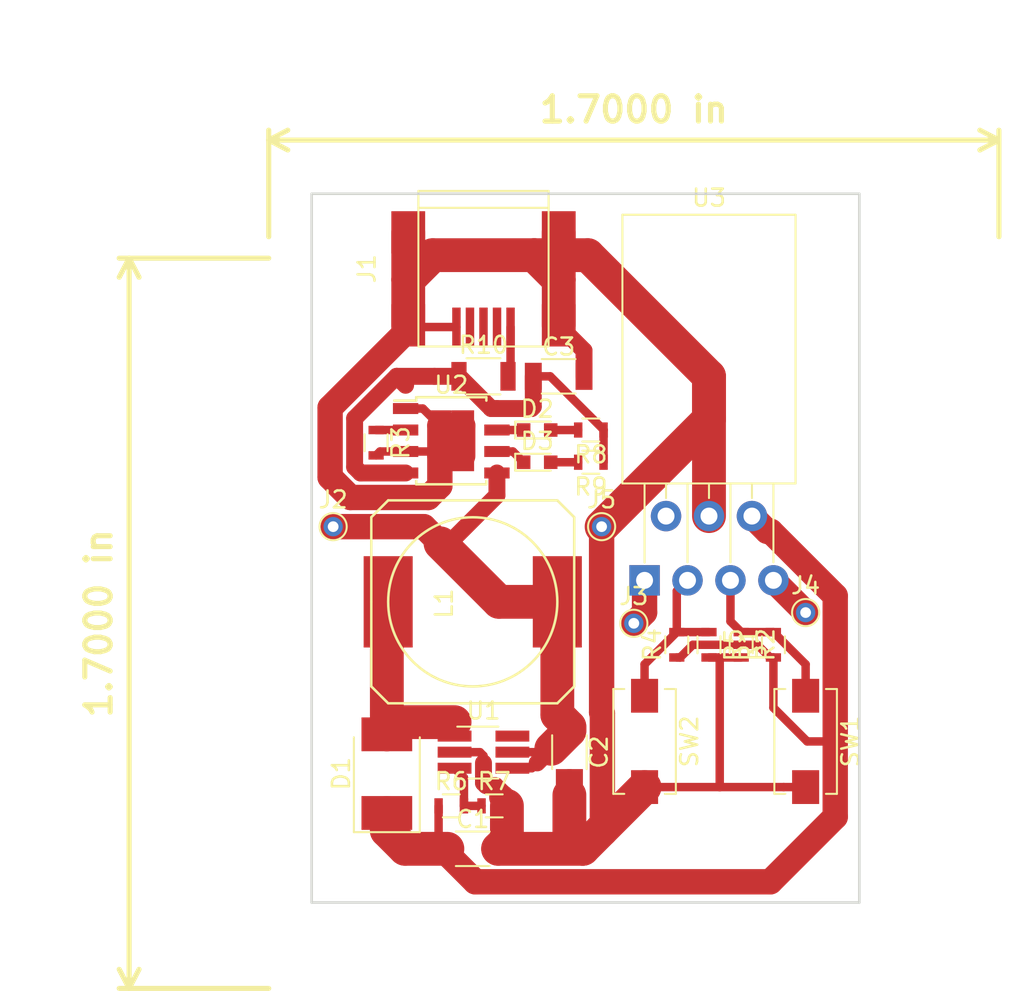
<source format=kicad_pcb>
(kicad_pcb (version 20171130) (host pcbnew 5.0.2-bee76a0~70~ubuntu18.04.1)

  (general
    (thickness 1.6)
    (drawings 11)
    (tracks 146)
    (zones 0)
    (modules 27)
    (nets 22)
  )

  (page A4)
  (layers
    (0 F.Cu signal)
    (31 B.Cu signal)
    (32 B.Adhes user)
    (33 F.Adhes user)
    (34 B.Paste user)
    (35 F.Paste user)
    (36 B.SilkS user)
    (37 F.SilkS user)
    (38 B.Mask user)
    (39 F.Mask user)
    (40 Dwgs.User user)
    (41 Cmts.User user)
    (42 Eco1.User user)
    (43 Eco2.User user)
    (44 Edge.Cuts user)
    (45 Margin user)
    (46 B.CrtYd user)
    (47 F.CrtYd user)
    (48 B.Fab user)
    (49 F.Fab user)
  )

  (setup
    (last_trace_width 0.5)
    (user_trace_width 0.5)
    (user_trace_width 1)
    (user_trace_width 1.5)
    (user_trace_width 2)
    (trace_clearance 0.2)
    (zone_clearance 0.508)
    (zone_45_only no)
    (trace_min 0.2)
    (segment_width 0.2)
    (edge_width 0.15)
    (via_size 0.8)
    (via_drill 0.4)
    (via_min_size 0.4)
    (via_min_drill 0.3)
    (uvia_size 0.3)
    (uvia_drill 0.1)
    (uvias_allowed no)
    (uvia_min_size 0.2)
    (uvia_min_drill 0.1)
    (pcb_text_width 0.3)
    (pcb_text_size 1.5 1.5)
    (mod_edge_width 0.15)
    (mod_text_size 1 1)
    (mod_text_width 0.15)
    (pad_size 1.524 1.524)
    (pad_drill 0.762)
    (pad_to_mask_clearance 0.051)
    (solder_mask_min_width 0.25)
    (aux_axis_origin 103.505 109.855)
    (visible_elements FFFFFF7F)
    (pcbplotparams
      (layerselection 0x01000_7fffffff)
      (usegerberextensions false)
      (usegerberattributes false)
      (usegerberadvancedattributes false)
      (creategerberjobfile false)
      (excludeedgelayer true)
      (linewidth 0.100000)
      (plotframeref false)
      (viasonmask false)
      (mode 1)
      (useauxorigin true)
      (hpglpennumber 1)
      (hpglpenspeed 20)
      (hpglpendiameter 15.000000)
      (psnegative false)
      (psa4output false)
      (plotreference true)
      (plotvalue true)
      (plotinvisibletext false)
      (padsonsilk false)
      (subtractmaskfromsilk false)
      (outputformat 1)
      (mirror false)
      (drillshape 0)
      (scaleselection 1)
      (outputdirectory ""))
  )

  (net 0 "")
  (net 1 GND)
  (net 2 /12V)
  (net 3 /VBAT)
  (net 4 /VUSB)
  (net 5 /SW)
  (net 6 /chg)
  (net 7 "Net-(D2-Pad2)")
  (net 8 "Net-(D3-Pad2)")
  (net 9 /stb)
  (net 10 "Net-(J1-Pad4)")
  (net 11 "Net-(J1-Pad3)")
  (net 12 "Net-(J1-Pad2)")
  (net 13 "Net-(J1-Pad1)")
  (net 14 /motor_b)
  (net 15 /motor_a)
  (net 16 /dir_b)
  (net 17 /prog)
  (net 18 /dir_a)
  (net 19 /FB)
  (net 20 "Net-(U1-Pad6)")
  (net 21 "Net-(U3-Pad2)")

  (net_class Default "This is the default net class."
    (clearance 0.2)
    (trace_width 0.25)
    (via_dia 0.8)
    (via_drill 0.4)
    (uvia_dia 0.3)
    (uvia_drill 0.1)
    (add_net /12V)
    (add_net /FB)
    (add_net /SW)
    (add_net /VBAT)
    (add_net /VUSB)
    (add_net /chg)
    (add_net /dir_a)
    (add_net /dir_b)
    (add_net /motor_a)
    (add_net /motor_b)
    (add_net /prog)
    (add_net /stb)
    (add_net GND)
    (add_net "Net-(D2-Pad2)")
    (add_net "Net-(D3-Pad2)")
    (add_net "Net-(J1-Pad1)")
    (add_net "Net-(J1-Pad2)")
    (add_net "Net-(J1-Pad3)")
    (add_net "Net-(J1-Pad4)")
    (add_net "Net-(U1-Pad6)")
    (add_net "Net-(U3-Pad2)")
  )

  (module Capacitors_SMD:C_1206 (layer F.Cu) (tedit 58AA84B8) (tstamp 5D9A189E)
    (at 113.03 106.68)
    (descr "Capacitor SMD 1206, reflow soldering, AVX (see smccp.pdf)")
    (tags "capacitor 1206")
    (path /5D9A140F)
    (attr smd)
    (fp_text reference C1 (at 0 -1.75) (layer F.SilkS)
      (effects (font (size 1 1) (thickness 0.15)))
    )
    (fp_text value C (at 0 2) (layer F.Fab)
      (effects (font (size 1 1) (thickness 0.15)))
    )
    (fp_line (start 2.25 1.05) (end -2.25 1.05) (layer F.CrtYd) (width 0.05))
    (fp_line (start 2.25 1.05) (end 2.25 -1.05) (layer F.CrtYd) (width 0.05))
    (fp_line (start -2.25 -1.05) (end -2.25 1.05) (layer F.CrtYd) (width 0.05))
    (fp_line (start -2.25 -1.05) (end 2.25 -1.05) (layer F.CrtYd) (width 0.05))
    (fp_line (start -1 1.02) (end 1 1.02) (layer F.SilkS) (width 0.12))
    (fp_line (start 1 -1.02) (end -1 -1.02) (layer F.SilkS) (width 0.12))
    (fp_line (start -1.6 -0.8) (end 1.6 -0.8) (layer F.Fab) (width 0.1))
    (fp_line (start 1.6 -0.8) (end 1.6 0.8) (layer F.Fab) (width 0.1))
    (fp_line (start 1.6 0.8) (end -1.6 0.8) (layer F.Fab) (width 0.1))
    (fp_line (start -1.6 0.8) (end -1.6 -0.8) (layer F.Fab) (width 0.1))
    (fp_text user %R (at 0 -1.75) (layer F.Fab)
      (effects (font (size 1 1) (thickness 0.15)))
    )
    (pad 2 smd rect (at 1.5 0) (size 1 1.6) (layers F.Cu F.Paste F.Mask)
      (net 1 GND))
    (pad 1 smd rect (at -1.5 0) (size 1 1.6) (layers F.Cu F.Paste F.Mask)
      (net 2 /12V))
    (model Capacitors_SMD.3dshapes/C_1206.wrl
      (at (xyz 0 0 0))
      (scale (xyz 1 1 1))
      (rotate (xyz 0 0 0))
    )
  )

  (module Capacitors_SMD:C_1206 (layer F.Cu) (tedit 58AA84B8) (tstamp 5D9A18AF)
    (at 118.745 100.965 270)
    (descr "Capacitor SMD 1206, reflow soldering, AVX (see smccp.pdf)")
    (tags "capacitor 1206")
    (path /5D9A1068)
    (attr smd)
    (fp_text reference C2 (at 0 -1.75 270) (layer F.SilkS)
      (effects (font (size 1 1) (thickness 0.15)))
    )
    (fp_text value C (at 0 2 270) (layer F.Fab)
      (effects (font (size 1 1) (thickness 0.15)))
    )
    (fp_text user %R (at 0 -1.75 270) (layer F.Fab)
      (effects (font (size 1 1) (thickness 0.15)))
    )
    (fp_line (start -1.6 0.8) (end -1.6 -0.8) (layer F.Fab) (width 0.1))
    (fp_line (start 1.6 0.8) (end -1.6 0.8) (layer F.Fab) (width 0.1))
    (fp_line (start 1.6 -0.8) (end 1.6 0.8) (layer F.Fab) (width 0.1))
    (fp_line (start -1.6 -0.8) (end 1.6 -0.8) (layer F.Fab) (width 0.1))
    (fp_line (start 1 -1.02) (end -1 -1.02) (layer F.SilkS) (width 0.12))
    (fp_line (start -1 1.02) (end 1 1.02) (layer F.SilkS) (width 0.12))
    (fp_line (start -2.25 -1.05) (end 2.25 -1.05) (layer F.CrtYd) (width 0.05))
    (fp_line (start -2.25 -1.05) (end -2.25 1.05) (layer F.CrtYd) (width 0.05))
    (fp_line (start 2.25 1.05) (end 2.25 -1.05) (layer F.CrtYd) (width 0.05))
    (fp_line (start 2.25 1.05) (end -2.25 1.05) (layer F.CrtYd) (width 0.05))
    (pad 1 smd rect (at -1.5 0 270) (size 1 1.6) (layers F.Cu F.Paste F.Mask)
      (net 3 /VBAT))
    (pad 2 smd rect (at 1.5 0 270) (size 1 1.6) (layers F.Cu F.Paste F.Mask)
      (net 1 GND))
    (model Capacitors_SMD.3dshapes/C_1206.wrl
      (at (xyz 0 0 0))
      (scale (xyz 1 1 1))
      (rotate (xyz 0 0 0))
    )
  )

  (module Capacitors_SMD:C_1206 (layer F.Cu) (tedit 58AA84B8) (tstamp 5D9A18C0)
    (at 118.11 78.74)
    (descr "Capacitor SMD 1206, reflow soldering, AVX (see smccp.pdf)")
    (tags "capacitor 1206")
    (path /5D9BC944)
    (attr smd)
    (fp_text reference C3 (at 0 -1.75) (layer F.SilkS)
      (effects (font (size 1 1) (thickness 0.15)))
    )
    (fp_text value C (at 0 2) (layer F.Fab)
      (effects (font (size 1 1) (thickness 0.15)))
    )
    (fp_line (start 2.25 1.05) (end -2.25 1.05) (layer F.CrtYd) (width 0.05))
    (fp_line (start 2.25 1.05) (end 2.25 -1.05) (layer F.CrtYd) (width 0.05))
    (fp_line (start -2.25 -1.05) (end -2.25 1.05) (layer F.CrtYd) (width 0.05))
    (fp_line (start -2.25 -1.05) (end 2.25 -1.05) (layer F.CrtYd) (width 0.05))
    (fp_line (start -1 1.02) (end 1 1.02) (layer F.SilkS) (width 0.12))
    (fp_line (start 1 -1.02) (end -1 -1.02) (layer F.SilkS) (width 0.12))
    (fp_line (start -1.6 -0.8) (end 1.6 -0.8) (layer F.Fab) (width 0.1))
    (fp_line (start 1.6 -0.8) (end 1.6 0.8) (layer F.Fab) (width 0.1))
    (fp_line (start 1.6 0.8) (end -1.6 0.8) (layer F.Fab) (width 0.1))
    (fp_line (start -1.6 0.8) (end -1.6 -0.8) (layer F.Fab) (width 0.1))
    (fp_text user %R (at 0 -1.75) (layer F.Fab)
      (effects (font (size 1 1) (thickness 0.15)))
    )
    (pad 2 smd rect (at 1.5 0) (size 1 1.6) (layers F.Cu F.Paste F.Mask)
      (net 1 GND))
    (pad 1 smd rect (at -1.5 0) (size 1 1.6) (layers F.Cu F.Paste F.Mask)
      (net 4 /VUSB))
    (model Capacitors_SMD.3dshapes/C_1206.wrl
      (at (xyz 0 0 0))
      (scale (xyz 1 1 1))
      (rotate (xyz 0 0 0))
    )
  )

  (module Diodes_SMD:D_2114 (layer F.Cu) (tedit 590CF38C) (tstamp 5D9A18D8)
    (at 107.95 102.235 90)
    (descr "Diode SMD 2114, reflow soldering http://datasheets.avx.com/schottky.pdf")
    (tags "Diode 2114")
    (path /5D9A134A)
    (attr smd)
    (fp_text reference D1 (at 0 -2.7 90) (layer F.SilkS)
      (effects (font (size 1 1) (thickness 0.15)))
    )
    (fp_text value D_Schottky (at 0 2.8 90) (layer F.Fab)
      (effects (font (size 1 1) (thickness 0.15)))
    )
    (fp_line (start 2.6 1.8) (end 2.6 -1.8) (layer F.Fab) (width 0.1))
    (fp_line (start 2.6 1.8) (end -2.6 1.8) (layer F.Fab) (width 0.1))
    (fp_line (start -3.46 -1.95) (end 2.15 -1.95) (layer F.SilkS) (width 0.12))
    (fp_line (start -3.46 1.95) (end 2.15 1.95) (layer F.SilkS) (width 0.12))
    (fp_line (start -0.64944 0.00102) (end 0.50118 -0.79908) (layer F.Fab) (width 0.1))
    (fp_line (start -0.64944 0.00102) (end 0.50118 0.75032) (layer F.Fab) (width 0.1))
    (fp_line (start 0.50118 0.75032) (end 0.50118 -0.79908) (layer F.Fab) (width 0.1))
    (fp_line (start -0.64944 -0.79908) (end -0.64944 0.80112) (layer F.Fab) (width 0.1))
    (fp_line (start 0.50118 0.00102) (end 1.4994 0.00102) (layer F.Fab) (width 0.1))
    (fp_line (start -0.64944 0.00102) (end -1.55114 0.00102) (layer F.Fab) (width 0.1))
    (fp_line (start -3.61 2.1) (end -3.61 -2.1) (layer F.CrtYd) (width 0.05))
    (fp_line (start 3.61 2.1) (end -3.61 2.1) (layer F.CrtYd) (width 0.05))
    (fp_line (start 3.61 -2.1) (end 3.61 2.1) (layer F.CrtYd) (width 0.05))
    (fp_line (start -3.61 -2.1) (end 3.61 -2.1) (layer F.CrtYd) (width 0.05))
    (fp_line (start 2.6 -1.8) (end -2.6 -1.8) (layer F.Fab) (width 0.1))
    (fp_line (start -2.6 1.8) (end -2.6 -1.8) (layer F.Fab) (width 0.1))
    (fp_line (start -3.46 -1.95) (end -3.46 1.95) (layer F.SilkS) (width 0.12))
    (fp_text user %R (at 0 -2.7 90) (layer F.Fab)
      (effects (font (size 1 1) (thickness 0.15)))
    )
    (pad 2 smd rect (at 2.325 0 90) (size 2 3) (layers F.Cu F.Paste F.Mask)
      (net 5 /SW))
    (pad 1 smd rect (at -2.325 0 90) (size 2 3) (layers F.Cu F.Paste F.Mask)
      (net 2 /12V))
    (model ${KISYS3DMOD}/Diodes_SMD.3dshapes/D_2114.wrl
      (at (xyz 0 0 0))
      (scale (xyz 1 1 1))
      (rotate (xyz 0 0 0))
    )
  )

  (module LEDs:LED_0603 (layer F.Cu) (tedit 57FE93A5) (tstamp 5D9A18ED)
    (at 116.84 81.915)
    (descr "LED 0603 smd package")
    (tags "LED led 0603 SMD smd SMT smt smdled SMDLED smtled SMTLED")
    (path /5D9A2507)
    (attr smd)
    (fp_text reference D2 (at 0 -1.25) (layer F.SilkS)
      (effects (font (size 1 1) (thickness 0.15)))
    )
    (fp_text value LED (at 0 1.35) (layer F.Fab)
      (effects (font (size 1 1) (thickness 0.15)))
    )
    (fp_line (start -1.45 -0.65) (end 1.45 -0.65) (layer F.CrtYd) (width 0.05))
    (fp_line (start -1.45 0.65) (end -1.45 -0.65) (layer F.CrtYd) (width 0.05))
    (fp_line (start 1.45 0.65) (end -1.45 0.65) (layer F.CrtYd) (width 0.05))
    (fp_line (start 1.45 -0.65) (end 1.45 0.65) (layer F.CrtYd) (width 0.05))
    (fp_line (start -1.3 -0.5) (end 0.8 -0.5) (layer F.SilkS) (width 0.12))
    (fp_line (start -1.3 0.5) (end 0.8 0.5) (layer F.SilkS) (width 0.12))
    (fp_line (start -0.8 0.4) (end -0.8 -0.4) (layer F.Fab) (width 0.1))
    (fp_line (start -0.8 -0.4) (end 0.8 -0.4) (layer F.Fab) (width 0.1))
    (fp_line (start 0.8 -0.4) (end 0.8 0.4) (layer F.Fab) (width 0.1))
    (fp_line (start 0.8 0.4) (end -0.8 0.4) (layer F.Fab) (width 0.1))
    (fp_line (start 0.15 -0.2) (end 0.15 0.2) (layer F.Fab) (width 0.1))
    (fp_line (start 0.15 0.2) (end -0.15 0) (layer F.Fab) (width 0.1))
    (fp_line (start -0.15 0) (end 0.15 -0.2) (layer F.Fab) (width 0.1))
    (fp_line (start -0.2 -0.2) (end -0.2 0.2) (layer F.Fab) (width 0.1))
    (fp_line (start -1.3 -0.5) (end -1.3 0.5) (layer F.SilkS) (width 0.12))
    (pad 1 smd rect (at -0.8 0 180) (size 0.8 0.8) (layers F.Cu F.Paste F.Mask)
      (net 6 /chg))
    (pad 2 smd rect (at 0.8 0 180) (size 0.8 0.8) (layers F.Cu F.Paste F.Mask)
      (net 7 "Net-(D2-Pad2)"))
    (model ${KISYS3DMOD}/LEDs.3dshapes/LED_0603.wrl
      (at (xyz 0 0 0))
      (scale (xyz 1 1 1))
      (rotate (xyz 0 0 180))
    )
  )

  (module LEDs:LED_0603 (layer F.Cu) (tedit 57FE93A5) (tstamp 5D9A1902)
    (at 116.84 83.82)
    (descr "LED 0603 smd package")
    (tags "LED led 0603 SMD smd SMT smt smdled SMDLED smtled SMTLED")
    (path /5D9A255C)
    (attr smd)
    (fp_text reference D3 (at 0 -1.25) (layer F.SilkS)
      (effects (font (size 1 1) (thickness 0.15)))
    )
    (fp_text value LED (at 0 1.35) (layer F.Fab)
      (effects (font (size 1 1) (thickness 0.15)))
    )
    (fp_line (start -1.3 -0.5) (end -1.3 0.5) (layer F.SilkS) (width 0.12))
    (fp_line (start -0.2 -0.2) (end -0.2 0.2) (layer F.Fab) (width 0.1))
    (fp_line (start -0.15 0) (end 0.15 -0.2) (layer F.Fab) (width 0.1))
    (fp_line (start 0.15 0.2) (end -0.15 0) (layer F.Fab) (width 0.1))
    (fp_line (start 0.15 -0.2) (end 0.15 0.2) (layer F.Fab) (width 0.1))
    (fp_line (start 0.8 0.4) (end -0.8 0.4) (layer F.Fab) (width 0.1))
    (fp_line (start 0.8 -0.4) (end 0.8 0.4) (layer F.Fab) (width 0.1))
    (fp_line (start -0.8 -0.4) (end 0.8 -0.4) (layer F.Fab) (width 0.1))
    (fp_line (start -0.8 0.4) (end -0.8 -0.4) (layer F.Fab) (width 0.1))
    (fp_line (start -1.3 0.5) (end 0.8 0.5) (layer F.SilkS) (width 0.12))
    (fp_line (start -1.3 -0.5) (end 0.8 -0.5) (layer F.SilkS) (width 0.12))
    (fp_line (start 1.45 -0.65) (end 1.45 0.65) (layer F.CrtYd) (width 0.05))
    (fp_line (start 1.45 0.65) (end -1.45 0.65) (layer F.CrtYd) (width 0.05))
    (fp_line (start -1.45 0.65) (end -1.45 -0.65) (layer F.CrtYd) (width 0.05))
    (fp_line (start -1.45 -0.65) (end 1.45 -0.65) (layer F.CrtYd) (width 0.05))
    (pad 2 smd rect (at 0.8 0 180) (size 0.8 0.8) (layers F.Cu F.Paste F.Mask)
      (net 8 "Net-(D3-Pad2)"))
    (pad 1 smd rect (at -0.8 0 180) (size 0.8 0.8) (layers F.Cu F.Paste F.Mask)
      (net 9 /stb))
    (model ${KISYS3DMOD}/LEDs.3dshapes/LED_0603.wrl
      (at (xyz 0 0 0))
      (scale (xyz 1 1 1))
      (rotate (xyz 0 0 180))
    )
  )

  (module Connect:USB_Mini-B (layer F.Cu) (tedit 5543E571) (tstamp 5D9A191A)
    (at 113.665 73.025 270)
    (descr "USB Mini-B 5-pin SMD connector")
    (tags "USB USB_B USB_Mini connector")
    (path /5D9A6E7B)
    (attr smd)
    (fp_text reference J1 (at -0.65 6.9 270) (layer F.SilkS)
      (effects (font (size 1 1) (thickness 0.15)))
    )
    (fp_text value USB_B_Mini (at -0.65 -7.1 270) (layer F.Fab)
      (effects (font (size 1 1) (thickness 0.15)))
    )
    (fp_line (start 3.95 -3.85) (end -5.25 -3.85) (layer F.SilkS) (width 0.12))
    (fp_line (start 3.95 3.85) (end 3.95 -3.85) (layer F.SilkS) (width 0.12))
    (fp_line (start -5.25 3.85) (end 3.95 3.85) (layer F.SilkS) (width 0.12))
    (fp_line (start -5.25 -3.85) (end -5.25 3.85) (layer F.SilkS) (width 0.12))
    (fp_line (start -4.25 -3.85) (end -4.25 3.85) (layer F.SilkS) (width 0.12))
    (fp_line (start -5.5 5.7) (end -5.5 -5.7) (layer F.CrtYd) (width 0.05))
    (fp_line (start 4.2 5.7) (end -5.5 5.7) (layer F.CrtYd) (width 0.05))
    (fp_line (start 4.2 -5.7) (end 4.2 5.7) (layer F.CrtYd) (width 0.05))
    (fp_line (start -5.5 -5.7) (end 4.2 -5.7) (layer F.CrtYd) (width 0.05))
    (pad "" np_thru_hole circle (at 0.2 2.2 270) (size 0.9 0.9) (drill 0.9) (layers *.Cu *.Mask))
    (pad "" np_thru_hole circle (at 0.2 -2.2 270) (size 0.9 0.9) (drill 0.9) (layers *.Cu *.Mask))
    (pad 6 smd rect (at -2.8 4.45 270) (size 2.5 2) (layers F.Cu F.Paste F.Mask)
      (net 1 GND))
    (pad 6 smd rect (at 2.7 4.45 270) (size 2.5 2) (layers F.Cu F.Paste F.Mask)
      (net 1 GND))
    (pad 6 smd rect (at -2.8 -4.45 270) (size 2.5 2) (layers F.Cu F.Paste F.Mask)
      (net 1 GND))
    (pad 6 smd rect (at 2.7 -4.45 270) (size 2.5 2) (layers F.Cu F.Paste F.Mask)
      (net 1 GND))
    (pad 5 smd rect (at 2.8 1.6 270) (size 2.3 0.5) (layers F.Cu F.Paste F.Mask)
      (net 1 GND))
    (pad 4 smd rect (at 2.8 0.8 270) (size 2.3 0.5) (layers F.Cu F.Paste F.Mask)
      (net 10 "Net-(J1-Pad4)"))
    (pad 3 smd rect (at 2.8 0 270) (size 2.3 0.5) (layers F.Cu F.Paste F.Mask)
      (net 11 "Net-(J1-Pad3)"))
    (pad 2 smd rect (at 2.8 -0.8 270) (size 2.3 0.5) (layers F.Cu F.Paste F.Mask)
      (net 12 "Net-(J1-Pad2)"))
    (pad 1 smd rect (at 2.8 -1.6 270) (size 2.3 0.5) (layers F.Cu F.Paste F.Mask)
      (net 13 "Net-(J1-Pad1)"))
  )

  (module Inductors:SELF-WE-PD-XXL (layer F.Cu) (tedit 0) (tstamp 5D9A192C)
    (at 113.03 92.075)
    (descr "SELF- WE-PD-XXL")
    (path /5D9A11AA)
    (attr smd)
    (fp_text reference L1 (at -1.69926 0.09906 90) (layer F.SilkS)
      (effects (font (size 1 1) (thickness 0.15)))
    )
    (fp_text value L (at 1.80086 0 90) (layer F.Fab)
      (effects (font (size 1 1) (thickness 0.15)))
    )
    (fp_text user "" (at 0 0) (layer F.SilkS)
      (effects (font (size 1 1) (thickness 0.15)))
    )
    (fp_text user "" (at 0 0) (layer F.SilkS)
      (effects (font (size 1 1) (thickness 0.15)))
    )
    (fp_line (start -5.99948 5.00126) (end -5.99948 0) (layer F.SilkS) (width 0.15))
    (fp_line (start -5.00126 5.99948) (end -5.99948 5.00126) (layer F.SilkS) (width 0.15))
    (fp_line (start 5.00126 5.99948) (end -5.00126 5.99948) (layer F.SilkS) (width 0.15))
    (fp_line (start 5.99948 5.00126) (end 5.00126 5.99948) (layer F.SilkS) (width 0.15))
    (fp_line (start 5.99948 -5.00126) (end 5.99948 5.00126) (layer F.SilkS) (width 0.15))
    (fp_line (start 5.00126 -5.99948) (end 5.99948 -5.00126) (layer F.SilkS) (width 0.15))
    (fp_line (start -5.00126 -5.99948) (end 5.00126 -5.99948) (layer F.SilkS) (width 0.15))
    (fp_line (start -5.99948 -5.00126) (end -5.00126 -5.99948) (layer F.SilkS) (width 0.15))
    (fp_line (start -5.99948 0) (end -5.99948 -5.00126) (layer F.SilkS) (width 0.15))
    (fp_circle (center 0 0) (end 0 -5.00126) (layer F.SilkS) (width 0.15))
    (pad 2 smd rect (at 5.00126 0) (size 2.90068 5.40004) (layers F.Cu F.Paste F.Mask)
      (net 3 /VBAT))
    (pad 1 smd rect (at -5.00126 0) (size 2.90068 5.40004) (layers F.Cu F.Paste F.Mask)
      (net 5 /SW))
    (model Inductors.3dshapes/SELF-WE-PD-XXL.wrl
      (at (xyz 0 0 0))
      (scale (xyz 1 1 1))
      (rotate (xyz 0 0 0))
    )
  )

  (module Resistors_SMD:R_0603 (layer F.Cu) (tedit 58E0A804) (tstamp 5D9A2A8E)
    (at 130.81 94.615 90)
    (descr "Resistor SMD 0603, reflow soldering, Vishay (see dcrcw.pdf)")
    (tags "resistor 0603")
    (path /5D9A9B7D)
    (attr smd)
    (fp_text reference R1 (at 0 -1.45 90) (layer F.SilkS)
      (effects (font (size 1 1) (thickness 0.15)))
    )
    (fp_text value R (at 0 1.5 90) (layer F.Fab)
      (effects (font (size 1 1) (thickness 0.15)))
    )
    (fp_text user %R (at 0 0 90) (layer F.Fab)
      (effects (font (size 0.4 0.4) (thickness 0.075)))
    )
    (fp_line (start -0.8 0.4) (end -0.8 -0.4) (layer F.Fab) (width 0.1))
    (fp_line (start 0.8 0.4) (end -0.8 0.4) (layer F.Fab) (width 0.1))
    (fp_line (start 0.8 -0.4) (end 0.8 0.4) (layer F.Fab) (width 0.1))
    (fp_line (start -0.8 -0.4) (end 0.8 -0.4) (layer F.Fab) (width 0.1))
    (fp_line (start 0.5 0.68) (end -0.5 0.68) (layer F.SilkS) (width 0.12))
    (fp_line (start -0.5 -0.68) (end 0.5 -0.68) (layer F.SilkS) (width 0.12))
    (fp_line (start -1.25 -0.7) (end 1.25 -0.7) (layer F.CrtYd) (width 0.05))
    (fp_line (start -1.25 -0.7) (end -1.25 0.7) (layer F.CrtYd) (width 0.05))
    (fp_line (start 1.25 0.7) (end 1.25 -0.7) (layer F.CrtYd) (width 0.05))
    (fp_line (start 1.25 0.7) (end -1.25 0.7) (layer F.CrtYd) (width 0.05))
    (pad 1 smd rect (at -0.75 0 90) (size 0.5 0.9) (layers F.Cu F.Paste F.Mask)
      (net 2 /12V))
    (pad 2 smd rect (at 0.75 0 90) (size 0.5 0.9) (layers F.Cu F.Paste F.Mask)
      (net 16 /dir_b))
    (model ${KISYS3DMOD}/Resistors_SMD.3dshapes/R_0603.wrl
      (at (xyz 0 0 0))
      (scale (xyz 1 1 1))
      (rotate (xyz 0 0 0))
    )
  )

  (module Resistors_SMD:R_0603 (layer F.Cu) (tedit 58E0A804) (tstamp 5D9A196F)
    (at 128.905 94.615 270)
    (descr "Resistor SMD 0603, reflow soldering, Vishay (see dcrcw.pdf)")
    (tags "resistor 0603")
    (path /5D9A9C05)
    (attr smd)
    (fp_text reference R2 (at 0 -1.45 270) (layer F.SilkS)
      (effects (font (size 1 1) (thickness 0.15)))
    )
    (fp_text value R (at 0 1.5 270) (layer F.Fab)
      (effects (font (size 1 1) (thickness 0.15)))
    )
    (fp_text user %R (at 0 0 270) (layer F.Fab)
      (effects (font (size 0.4 0.4) (thickness 0.075)))
    )
    (fp_line (start -0.8 0.4) (end -0.8 -0.4) (layer F.Fab) (width 0.1))
    (fp_line (start 0.8 0.4) (end -0.8 0.4) (layer F.Fab) (width 0.1))
    (fp_line (start 0.8 -0.4) (end 0.8 0.4) (layer F.Fab) (width 0.1))
    (fp_line (start -0.8 -0.4) (end 0.8 -0.4) (layer F.Fab) (width 0.1))
    (fp_line (start 0.5 0.68) (end -0.5 0.68) (layer F.SilkS) (width 0.12))
    (fp_line (start -0.5 -0.68) (end 0.5 -0.68) (layer F.SilkS) (width 0.12))
    (fp_line (start -1.25 -0.7) (end 1.25 -0.7) (layer F.CrtYd) (width 0.05))
    (fp_line (start -1.25 -0.7) (end -1.25 0.7) (layer F.CrtYd) (width 0.05))
    (fp_line (start 1.25 0.7) (end 1.25 -0.7) (layer F.CrtYd) (width 0.05))
    (fp_line (start 1.25 0.7) (end -1.25 0.7) (layer F.CrtYd) (width 0.05))
    (pad 1 smd rect (at -0.75 0 270) (size 0.5 0.9) (layers F.Cu F.Paste F.Mask)
      (net 16 /dir_b))
    (pad 2 smd rect (at 0.75 0 270) (size 0.5 0.9) (layers F.Cu F.Paste F.Mask)
      (net 1 GND))
    (model ${KISYS3DMOD}/Resistors_SMD.3dshapes/R_0603.wrl
      (at (xyz 0 0 0))
      (scale (xyz 1 1 1))
      (rotate (xyz 0 0 0))
    )
  )

  (module Resistors_SMD:R_0603 (layer F.Cu) (tedit 58E0A804) (tstamp 5D9AD22A)
    (at 107.315 82.665 270)
    (descr "Resistor SMD 0603, reflow soldering, Vishay (see dcrcw.pdf)")
    (tags "resistor 0603")
    (path /5D9A49A6)
    (attr smd)
    (fp_text reference R3 (at 0 -1.45 270) (layer F.SilkS)
      (effects (font (size 1 1) (thickness 0.15)))
    )
    (fp_text value R (at 0 1.5 270) (layer F.Fab)
      (effects (font (size 1 1) (thickness 0.15)))
    )
    (fp_text user %R (at 0 0 270) (layer F.Fab)
      (effects (font (size 0.4 0.4) (thickness 0.075)))
    )
    (fp_line (start -0.8 0.4) (end -0.8 -0.4) (layer F.Fab) (width 0.1))
    (fp_line (start 0.8 0.4) (end -0.8 0.4) (layer F.Fab) (width 0.1))
    (fp_line (start 0.8 -0.4) (end 0.8 0.4) (layer F.Fab) (width 0.1))
    (fp_line (start -0.8 -0.4) (end 0.8 -0.4) (layer F.Fab) (width 0.1))
    (fp_line (start 0.5 0.68) (end -0.5 0.68) (layer F.SilkS) (width 0.12))
    (fp_line (start -0.5 -0.68) (end 0.5 -0.68) (layer F.SilkS) (width 0.12))
    (fp_line (start -1.25 -0.7) (end 1.25 -0.7) (layer F.CrtYd) (width 0.05))
    (fp_line (start -1.25 -0.7) (end -1.25 0.7) (layer F.CrtYd) (width 0.05))
    (fp_line (start 1.25 0.7) (end 1.25 -0.7) (layer F.CrtYd) (width 0.05))
    (fp_line (start 1.25 0.7) (end -1.25 0.7) (layer F.CrtYd) (width 0.05))
    (pad 1 smd rect (at -0.75 0 270) (size 0.5 0.9) (layers F.Cu F.Paste F.Mask)
      (net 17 /prog))
    (pad 2 smd rect (at 0.75 0 270) (size 0.5 0.9) (layers F.Cu F.Paste F.Mask)
      (net 1 GND))
    (model ${KISYS3DMOD}/Resistors_SMD.3dshapes/R_0603.wrl
      (at (xyz 0 0 0))
      (scale (xyz 1 1 1))
      (rotate (xyz 0 0 0))
    )
  )

  (module Resistors_SMD:R_0603 (layer F.Cu) (tedit 58E0A804) (tstamp 5D9A1991)
    (at 125.095 94.615 90)
    (descr "Resistor SMD 0603, reflow soldering, Vishay (see dcrcw.pdf)")
    (tags "resistor 0603")
    (path /5D9A9AE1)
    (attr smd)
    (fp_text reference R4 (at 0 -1.45 90) (layer F.SilkS)
      (effects (font (size 1 1) (thickness 0.15)))
    )
    (fp_text value R (at 0 1.5 90) (layer F.Fab)
      (effects (font (size 1 1) (thickness 0.15)))
    )
    (fp_line (start 1.25 0.7) (end -1.25 0.7) (layer F.CrtYd) (width 0.05))
    (fp_line (start 1.25 0.7) (end 1.25 -0.7) (layer F.CrtYd) (width 0.05))
    (fp_line (start -1.25 -0.7) (end -1.25 0.7) (layer F.CrtYd) (width 0.05))
    (fp_line (start -1.25 -0.7) (end 1.25 -0.7) (layer F.CrtYd) (width 0.05))
    (fp_line (start -0.5 -0.68) (end 0.5 -0.68) (layer F.SilkS) (width 0.12))
    (fp_line (start 0.5 0.68) (end -0.5 0.68) (layer F.SilkS) (width 0.12))
    (fp_line (start -0.8 -0.4) (end 0.8 -0.4) (layer F.Fab) (width 0.1))
    (fp_line (start 0.8 -0.4) (end 0.8 0.4) (layer F.Fab) (width 0.1))
    (fp_line (start 0.8 0.4) (end -0.8 0.4) (layer F.Fab) (width 0.1))
    (fp_line (start -0.8 0.4) (end -0.8 -0.4) (layer F.Fab) (width 0.1))
    (fp_text user %R (at 0 0 90) (layer F.Fab)
      (effects (font (size 0.4 0.4) (thickness 0.075)))
    )
    (pad 2 smd rect (at 0.75 0 90) (size 0.5 0.9) (layers F.Cu F.Paste F.Mask)
      (net 18 /dir_a))
    (pad 1 smd rect (at -0.75 0 90) (size 0.5 0.9) (layers F.Cu F.Paste F.Mask)
      (net 2 /12V))
    (model ${KISYS3DMOD}/Resistors_SMD.3dshapes/R_0603.wrl
      (at (xyz 0 0 0))
      (scale (xyz 1 1 1))
      (rotate (xyz 0 0 0))
    )
  )

  (module Resistors_SMD:R_0603 (layer F.Cu) (tedit 58E0A804) (tstamp 5D9A2BB1)
    (at 127 94.615 270)
    (descr "Resistor SMD 0603, reflow soldering, Vishay (see dcrcw.pdf)")
    (tags "resistor 0603")
    (path /5D9A9BBF)
    (attr smd)
    (fp_text reference R5 (at 0 -1.45 270) (layer F.SilkS)
      (effects (font (size 1 1) (thickness 0.15)))
    )
    (fp_text value R (at 0 1.5 270) (layer F.Fab)
      (effects (font (size 1 1) (thickness 0.15)))
    )
    (fp_line (start 1.25 0.7) (end -1.25 0.7) (layer F.CrtYd) (width 0.05))
    (fp_line (start 1.25 0.7) (end 1.25 -0.7) (layer F.CrtYd) (width 0.05))
    (fp_line (start -1.25 -0.7) (end -1.25 0.7) (layer F.CrtYd) (width 0.05))
    (fp_line (start -1.25 -0.7) (end 1.25 -0.7) (layer F.CrtYd) (width 0.05))
    (fp_line (start -0.5 -0.68) (end 0.5 -0.68) (layer F.SilkS) (width 0.12))
    (fp_line (start 0.5 0.68) (end -0.5 0.68) (layer F.SilkS) (width 0.12))
    (fp_line (start -0.8 -0.4) (end 0.8 -0.4) (layer F.Fab) (width 0.1))
    (fp_line (start 0.8 -0.4) (end 0.8 0.4) (layer F.Fab) (width 0.1))
    (fp_line (start 0.8 0.4) (end -0.8 0.4) (layer F.Fab) (width 0.1))
    (fp_line (start -0.8 0.4) (end -0.8 -0.4) (layer F.Fab) (width 0.1))
    (fp_text user %R (at 0 0 270) (layer F.Fab)
      (effects (font (size 0.4 0.4) (thickness 0.075)))
    )
    (pad 2 smd rect (at 0.75 0 270) (size 0.5 0.9) (layers F.Cu F.Paste F.Mask)
      (net 1 GND))
    (pad 1 smd rect (at -0.75 0 270) (size 0.5 0.9) (layers F.Cu F.Paste F.Mask)
      (net 18 /dir_a))
    (model ${KISYS3DMOD}/Resistors_SMD.3dshapes/R_0603.wrl
      (at (xyz 0 0 0))
      (scale (xyz 1 1 1))
      (rotate (xyz 0 0 0))
    )
  )

  (module Resistors_SMD:R_0603 (layer F.Cu) (tedit 58E0A804) (tstamp 5D9A19B3)
    (at 111.76 104.14)
    (descr "Resistor SMD 0603, reflow soldering, Vishay (see dcrcw.pdf)")
    (tags "resistor 0603")
    (path /5D9A14B2)
    (attr smd)
    (fp_text reference R6 (at 0 -1.45) (layer F.SilkS)
      (effects (font (size 1 1) (thickness 0.15)))
    )
    (fp_text value R (at 0 1.5) (layer F.Fab)
      (effects (font (size 1 1) (thickness 0.15)))
    )
    (fp_line (start 1.25 0.7) (end -1.25 0.7) (layer F.CrtYd) (width 0.05))
    (fp_line (start 1.25 0.7) (end 1.25 -0.7) (layer F.CrtYd) (width 0.05))
    (fp_line (start -1.25 -0.7) (end -1.25 0.7) (layer F.CrtYd) (width 0.05))
    (fp_line (start -1.25 -0.7) (end 1.25 -0.7) (layer F.CrtYd) (width 0.05))
    (fp_line (start -0.5 -0.68) (end 0.5 -0.68) (layer F.SilkS) (width 0.12))
    (fp_line (start 0.5 0.68) (end -0.5 0.68) (layer F.SilkS) (width 0.12))
    (fp_line (start -0.8 -0.4) (end 0.8 -0.4) (layer F.Fab) (width 0.1))
    (fp_line (start 0.8 -0.4) (end 0.8 0.4) (layer F.Fab) (width 0.1))
    (fp_line (start 0.8 0.4) (end -0.8 0.4) (layer F.Fab) (width 0.1))
    (fp_line (start -0.8 0.4) (end -0.8 -0.4) (layer F.Fab) (width 0.1))
    (fp_text user %R (at 0 0) (layer F.Fab)
      (effects (font (size 0.4 0.4) (thickness 0.075)))
    )
    (pad 2 smd rect (at 0.75 0) (size 0.5 0.9) (layers F.Cu F.Paste F.Mask)
      (net 19 /FB))
    (pad 1 smd rect (at -0.75 0) (size 0.5 0.9) (layers F.Cu F.Paste F.Mask)
      (net 2 /12V))
    (model ${KISYS3DMOD}/Resistors_SMD.3dshapes/R_0603.wrl
      (at (xyz 0 0 0))
      (scale (xyz 1 1 1))
      (rotate (xyz 0 0 0))
    )
  )

  (module Resistors_SMD:R_0603 (layer F.Cu) (tedit 58E0A804) (tstamp 5D9A19C4)
    (at 114.3 104.14)
    (descr "Resistor SMD 0603, reflow soldering, Vishay (see dcrcw.pdf)")
    (tags "resistor 0603")
    (path /5D9A14EE)
    (attr smd)
    (fp_text reference R7 (at 0 -1.45) (layer F.SilkS)
      (effects (font (size 1 1) (thickness 0.15)))
    )
    (fp_text value R (at 0 1.5) (layer F.Fab)
      (effects (font (size 1 1) (thickness 0.15)))
    )
    (fp_text user %R (at 0 0) (layer F.Fab)
      (effects (font (size 0.4 0.4) (thickness 0.075)))
    )
    (fp_line (start -0.8 0.4) (end -0.8 -0.4) (layer F.Fab) (width 0.1))
    (fp_line (start 0.8 0.4) (end -0.8 0.4) (layer F.Fab) (width 0.1))
    (fp_line (start 0.8 -0.4) (end 0.8 0.4) (layer F.Fab) (width 0.1))
    (fp_line (start -0.8 -0.4) (end 0.8 -0.4) (layer F.Fab) (width 0.1))
    (fp_line (start 0.5 0.68) (end -0.5 0.68) (layer F.SilkS) (width 0.12))
    (fp_line (start -0.5 -0.68) (end 0.5 -0.68) (layer F.SilkS) (width 0.12))
    (fp_line (start -1.25 -0.7) (end 1.25 -0.7) (layer F.CrtYd) (width 0.05))
    (fp_line (start -1.25 -0.7) (end -1.25 0.7) (layer F.CrtYd) (width 0.05))
    (fp_line (start 1.25 0.7) (end 1.25 -0.7) (layer F.CrtYd) (width 0.05))
    (fp_line (start 1.25 0.7) (end -1.25 0.7) (layer F.CrtYd) (width 0.05))
    (pad 1 smd rect (at -0.75 0) (size 0.5 0.9) (layers F.Cu F.Paste F.Mask)
      (net 19 /FB))
    (pad 2 smd rect (at 0.75 0) (size 0.5 0.9) (layers F.Cu F.Paste F.Mask)
      (net 1 GND))
    (model ${KISYS3DMOD}/Resistors_SMD.3dshapes/R_0603.wrl
      (at (xyz 0 0 0))
      (scale (xyz 1 1 1))
      (rotate (xyz 0 0 0))
    )
  )

  (module Resistors_SMD:R_0603 (layer F.Cu) (tedit 58E0A804) (tstamp 5D9A19D5)
    (at 120.015 81.915 180)
    (descr "Resistor SMD 0603, reflow soldering, Vishay (see dcrcw.pdf)")
    (tags "resistor 0603")
    (path /5D9A2590)
    (attr smd)
    (fp_text reference R8 (at 0 -1.45 180) (layer F.SilkS)
      (effects (font (size 1 1) (thickness 0.15)))
    )
    (fp_text value R (at 0 1.5 180) (layer F.Fab)
      (effects (font (size 1 1) (thickness 0.15)))
    )
    (fp_line (start 1.25 0.7) (end -1.25 0.7) (layer F.CrtYd) (width 0.05))
    (fp_line (start 1.25 0.7) (end 1.25 -0.7) (layer F.CrtYd) (width 0.05))
    (fp_line (start -1.25 -0.7) (end -1.25 0.7) (layer F.CrtYd) (width 0.05))
    (fp_line (start -1.25 -0.7) (end 1.25 -0.7) (layer F.CrtYd) (width 0.05))
    (fp_line (start -0.5 -0.68) (end 0.5 -0.68) (layer F.SilkS) (width 0.12))
    (fp_line (start 0.5 0.68) (end -0.5 0.68) (layer F.SilkS) (width 0.12))
    (fp_line (start -0.8 -0.4) (end 0.8 -0.4) (layer F.Fab) (width 0.1))
    (fp_line (start 0.8 -0.4) (end 0.8 0.4) (layer F.Fab) (width 0.1))
    (fp_line (start 0.8 0.4) (end -0.8 0.4) (layer F.Fab) (width 0.1))
    (fp_line (start -0.8 0.4) (end -0.8 -0.4) (layer F.Fab) (width 0.1))
    (fp_text user %R (at 0 0 180) (layer F.Fab)
      (effects (font (size 0.4 0.4) (thickness 0.075)))
    )
    (pad 2 smd rect (at 0.75 0 180) (size 0.5 0.9) (layers F.Cu F.Paste F.Mask)
      (net 7 "Net-(D2-Pad2)"))
    (pad 1 smd rect (at -0.75 0 180) (size 0.5 0.9) (layers F.Cu F.Paste F.Mask)
      (net 4 /VUSB))
    (model ${KISYS3DMOD}/Resistors_SMD.3dshapes/R_0603.wrl
      (at (xyz 0 0 0))
      (scale (xyz 1 1 1))
      (rotate (xyz 0 0 0))
    )
  )

  (module Resistors_SMD:R_0603 (layer F.Cu) (tedit 58E0A804) (tstamp 5D9A19E6)
    (at 120.015 83.82 180)
    (descr "Resistor SMD 0603, reflow soldering, Vishay (see dcrcw.pdf)")
    (tags "resistor 0603")
    (path /5D9A2648)
    (attr smd)
    (fp_text reference R9 (at 0 -1.45 180) (layer F.SilkS)
      (effects (font (size 1 1) (thickness 0.15)))
    )
    (fp_text value R (at 0 1.5 180) (layer F.Fab)
      (effects (font (size 1 1) (thickness 0.15)))
    )
    (fp_line (start 1.25 0.7) (end -1.25 0.7) (layer F.CrtYd) (width 0.05))
    (fp_line (start 1.25 0.7) (end 1.25 -0.7) (layer F.CrtYd) (width 0.05))
    (fp_line (start -1.25 -0.7) (end -1.25 0.7) (layer F.CrtYd) (width 0.05))
    (fp_line (start -1.25 -0.7) (end 1.25 -0.7) (layer F.CrtYd) (width 0.05))
    (fp_line (start -0.5 -0.68) (end 0.5 -0.68) (layer F.SilkS) (width 0.12))
    (fp_line (start 0.5 0.68) (end -0.5 0.68) (layer F.SilkS) (width 0.12))
    (fp_line (start -0.8 -0.4) (end 0.8 -0.4) (layer F.Fab) (width 0.1))
    (fp_line (start 0.8 -0.4) (end 0.8 0.4) (layer F.Fab) (width 0.1))
    (fp_line (start 0.8 0.4) (end -0.8 0.4) (layer F.Fab) (width 0.1))
    (fp_line (start -0.8 0.4) (end -0.8 -0.4) (layer F.Fab) (width 0.1))
    (fp_text user %R (at 0 0 180) (layer F.Fab)
      (effects (font (size 0.4 0.4) (thickness 0.075)))
    )
    (pad 2 smd rect (at 0.75 0 180) (size 0.5 0.9) (layers F.Cu F.Paste F.Mask)
      (net 8 "Net-(D3-Pad2)"))
    (pad 1 smd rect (at -0.75 0 180) (size 0.5 0.9) (layers F.Cu F.Paste F.Mask)
      (net 4 /VUSB))
    (model ${KISYS3DMOD}/Resistors_SMD.3dshapes/R_0603.wrl
      (at (xyz 0 0 0))
      (scale (xyz 1 1 1))
      (rotate (xyz 0 0 0))
    )
  )

  (module Resistors_SMD:R_1206 (layer F.Cu) (tedit 58E0A804) (tstamp 5D9AD395)
    (at 113.665 78.74)
    (descr "Resistor SMD 1206, reflow soldering, Vishay (see dcrcw.pdf)")
    (tags "resistor 1206")
    (path /5D9C023D)
    (attr smd)
    (fp_text reference R10 (at 0 -1.85) (layer F.SilkS)
      (effects (font (size 1 1) (thickness 0.15)))
    )
    (fp_text value 0.4 (at 0 1.95) (layer F.Fab)
      (effects (font (size 1 1) (thickness 0.15)))
    )
    (fp_line (start 2.15 1.1) (end -2.15 1.1) (layer F.CrtYd) (width 0.05))
    (fp_line (start 2.15 1.1) (end 2.15 -1.11) (layer F.CrtYd) (width 0.05))
    (fp_line (start -2.15 -1.11) (end -2.15 1.1) (layer F.CrtYd) (width 0.05))
    (fp_line (start -2.15 -1.11) (end 2.15 -1.11) (layer F.CrtYd) (width 0.05))
    (fp_line (start -1 -1.07) (end 1 -1.07) (layer F.SilkS) (width 0.12))
    (fp_line (start 1 1.07) (end -1 1.07) (layer F.SilkS) (width 0.12))
    (fp_line (start -1.6 -0.8) (end 1.6 -0.8) (layer F.Fab) (width 0.1))
    (fp_line (start 1.6 -0.8) (end 1.6 0.8) (layer F.Fab) (width 0.1))
    (fp_line (start 1.6 0.8) (end -1.6 0.8) (layer F.Fab) (width 0.1))
    (fp_line (start -1.6 0.8) (end -1.6 -0.8) (layer F.Fab) (width 0.1))
    (fp_text user %R (at 0 0) (layer F.Fab)
      (effects (font (size 0.7 0.7) (thickness 0.105)))
    )
    (pad 2 smd rect (at 1.45 0) (size 0.9 1.7) (layers F.Cu F.Paste F.Mask)
      (net 13 "Net-(J1-Pad1)"))
    (pad 1 smd rect (at -1.45 0) (size 0.9 1.7) (layers F.Cu F.Paste F.Mask)
      (net 4 /VUSB))
    (model ${KISYS3DMOD}/Resistors_SMD.3dshapes/R_1206.wrl
      (at (xyz 0 0 0))
      (scale (xyz 1 1 1))
      (rotate (xyz 0 0 0))
    )
  )

  (module Buttons_Switches_SMD:SW_SPST_EVQPE1 (layer F.Cu) (tedit 58724896) (tstamp 5D9A1A10)
    (at 132.715 100.33 270)
    (descr "Light Touch Switch, https://industrial.panasonic.com/cdbs/www-data/pdf/ATK0000/ATK0000CE7.pdf")
    (path /5D9C3EC4)
    (attr smd)
    (fp_text reference SW1 (at 0 -2.65 270) (layer F.SilkS)
      (effects (font (size 1 1) (thickness 0.15)))
    )
    (fp_text value SW_SPST (at 0 3 270) (layer F.Fab)
      (effects (font (size 1 1) (thickness 0.15)))
    )
    (fp_line (start -3.1 1.85) (end 3.1 1.85) (layer F.SilkS) (width 0.12))
    (fp_line (start 3.1 -1.85) (end -3.1 -1.85) (layer F.SilkS) (width 0.12))
    (fp_line (start -3.1 -1.85) (end -3.1 -1.2) (layer F.SilkS) (width 0.12))
    (fp_line (start -3.1 1.2) (end -3.1 1.85) (layer F.SilkS) (width 0.12))
    (fp_line (start 3.1 1.85) (end 3.1 1.2) (layer F.SilkS) (width 0.12))
    (fp_line (start 3.1 -1.85) (end 3.1 -1.2) (layer F.SilkS) (width 0.12))
    (fp_line (start -3.95 2) (end -3.95 -2) (layer F.CrtYd) (width 0.05))
    (fp_line (start 3.95 2) (end -3.95 2) (layer F.CrtYd) (width 0.05))
    (fp_line (start 3.95 -2) (end 3.95 2) (layer F.CrtYd) (width 0.05))
    (fp_line (start -3.95 -2) (end 3.95 -2) (layer F.CrtYd) (width 0.05))
    (fp_line (start -1.4 0.7) (end -1.4 -0.7) (layer F.Fab) (width 0.1))
    (fp_line (start 1.4 0.7) (end -1.4 0.7) (layer F.Fab) (width 0.1))
    (fp_line (start 1.4 -0.7) (end 1.4 0.7) (layer F.Fab) (width 0.1))
    (fp_line (start -1.4 -0.7) (end 1.4 -0.7) (layer F.Fab) (width 0.1))
    (fp_line (start -3 -1.75) (end 3 -1.75) (layer F.Fab) (width 0.1))
    (fp_line (start -3 1.75) (end -3 -1.75) (layer F.Fab) (width 0.1))
    (fp_line (start 3 1.75) (end -3 1.75) (layer F.Fab) (width 0.1))
    (fp_line (start 3 -1.75) (end 3 1.75) (layer F.Fab) (width 0.1))
    (fp_text user %R (at 0 -2.65 270) (layer F.Fab)
      (effects (font (size 1 1) (thickness 0.15)))
    )
    (pad 1 smd rect (at -2.7 0 270) (size 2 1.6) (layers F.Cu F.Paste F.Mask)
      (net 16 /dir_b))
    (pad 2 smd rect (at 2.7 0 270) (size 2 1.6) (layers F.Cu F.Paste F.Mask)
      (net 1 GND))
    (model ${KISYS3DMOD}/Buttons_Switches_SMD.3dshapes/SW_SPST_EVQPE1.wrl
      (at (xyz 0 0 0))
      (scale (xyz 1 1 1))
      (rotate (xyz 0 0 0))
    )
  )

  (module Buttons_Switches_SMD:SW_SPST_EVQPE1 (layer F.Cu) (tedit 58724896) (tstamp 5D9A1A29)
    (at 123.19 100.33 270)
    (descr "Light Touch Switch, https://industrial.panasonic.com/cdbs/www-data/pdf/ATK0000/ATK0000CE7.pdf")
    (path /5D9C4023)
    (attr smd)
    (fp_text reference SW2 (at 0 -2.65 270) (layer F.SilkS)
      (effects (font (size 1 1) (thickness 0.15)))
    )
    (fp_text value SW_SPST (at 0 3 270) (layer F.Fab)
      (effects (font (size 1 1) (thickness 0.15)))
    )
    (fp_text user %R (at 0 -2.65 270) (layer F.Fab)
      (effects (font (size 1 1) (thickness 0.15)))
    )
    (fp_line (start 3 -1.75) (end 3 1.75) (layer F.Fab) (width 0.1))
    (fp_line (start 3 1.75) (end -3 1.75) (layer F.Fab) (width 0.1))
    (fp_line (start -3 1.75) (end -3 -1.75) (layer F.Fab) (width 0.1))
    (fp_line (start -3 -1.75) (end 3 -1.75) (layer F.Fab) (width 0.1))
    (fp_line (start -1.4 -0.7) (end 1.4 -0.7) (layer F.Fab) (width 0.1))
    (fp_line (start 1.4 -0.7) (end 1.4 0.7) (layer F.Fab) (width 0.1))
    (fp_line (start 1.4 0.7) (end -1.4 0.7) (layer F.Fab) (width 0.1))
    (fp_line (start -1.4 0.7) (end -1.4 -0.7) (layer F.Fab) (width 0.1))
    (fp_line (start -3.95 -2) (end 3.95 -2) (layer F.CrtYd) (width 0.05))
    (fp_line (start 3.95 -2) (end 3.95 2) (layer F.CrtYd) (width 0.05))
    (fp_line (start 3.95 2) (end -3.95 2) (layer F.CrtYd) (width 0.05))
    (fp_line (start -3.95 2) (end -3.95 -2) (layer F.CrtYd) (width 0.05))
    (fp_line (start 3.1 -1.85) (end 3.1 -1.2) (layer F.SilkS) (width 0.12))
    (fp_line (start 3.1 1.85) (end 3.1 1.2) (layer F.SilkS) (width 0.12))
    (fp_line (start -3.1 1.2) (end -3.1 1.85) (layer F.SilkS) (width 0.12))
    (fp_line (start -3.1 -1.85) (end -3.1 -1.2) (layer F.SilkS) (width 0.12))
    (fp_line (start 3.1 -1.85) (end -3.1 -1.85) (layer F.SilkS) (width 0.12))
    (fp_line (start -3.1 1.85) (end 3.1 1.85) (layer F.SilkS) (width 0.12))
    (pad 2 smd rect (at 2.7 0 270) (size 2 1.6) (layers F.Cu F.Paste F.Mask)
      (net 1 GND))
    (pad 1 smd rect (at -2.7 0 270) (size 2 1.6) (layers F.Cu F.Paste F.Mask)
      (net 18 /dir_a))
    (model ${KISYS3DMOD}/Buttons_Switches_SMD.3dshapes/SW_SPST_EVQPE1.wrl
      (at (xyz 0 0 0))
      (scale (xyz 1 1 1))
      (rotate (xyz 0 0 0))
    )
  )

  (module TO_SOT_Packages_THT:TO-220-7_Horizontal_StaggeredType1 (layer F.Cu) (tedit 58CE52AD) (tstamp 5D9A1A8C)
    (at 123.19 90.805)
    (descr "TO-220-7, Horizontal, RM 1.27mm, Multiwatt-7, staggered type-1")
    (tags "TO-220-7 Horizontal RM 1.27mm Multiwatt-7 staggered type-1")
    (path /5D9A0DE7)
    (fp_text reference U3 (at 3.81 -22.62) (layer F.SilkS)
      (effects (font (size 1 1) (thickness 0.15)))
    )
    (fp_text value tle5206 (at 3.81 1.9) (layer F.Fab)
      (effects (font (size 1 1) (thickness 0.15)))
    )
    (fp_circle (center 3.81 -18.7) (end 5.66 -18.7) (layer F.Fab) (width 0.1))
    (fp_line (start 9.06 -21.75) (end -1.44 -21.75) (layer F.CrtYd) (width 0.05))
    (fp_line (start 9.06 1.15) (end 9.06 -21.75) (layer F.CrtYd) (width 0.05))
    (fp_line (start -1.44 1.15) (end 9.06 1.15) (layer F.CrtYd) (width 0.05))
    (fp_line (start -1.44 -21.75) (end -1.44 1.15) (layer F.CrtYd) (width 0.05))
    (fp_line (start 7.62 -5.73) (end 7.62 -1.065) (layer F.SilkS) (width 0.12))
    (fp_line (start 6.35 -5.73) (end 6.35 -4.866) (layer F.SilkS) (width 0.12))
    (fp_line (start 5.08 -5.73) (end 5.08 -1.065) (layer F.SilkS) (width 0.12))
    (fp_line (start 3.81 -5.73) (end 3.81 -4.866) (layer F.SilkS) (width 0.12))
    (fp_line (start 2.54 -5.73) (end 2.54 -1.065) (layer F.SilkS) (width 0.12))
    (fp_line (start 1.27 -5.73) (end 1.27 -4.866) (layer F.SilkS) (width 0.12))
    (fp_line (start 0 -5.73) (end 0 -1.05) (layer F.SilkS) (width 0.12))
    (fp_line (start 8.93 -21.62) (end 8.93 -5.73) (layer F.SilkS) (width 0.12))
    (fp_line (start -1.31 -21.62) (end -1.31 -5.73) (layer F.SilkS) (width 0.12))
    (fp_line (start -1.31 -21.62) (end 8.93 -21.62) (layer F.SilkS) (width 0.12))
    (fp_line (start -1.31 -5.73) (end 8.93 -5.73) (layer F.SilkS) (width 0.12))
    (fp_line (start 7.62 -5.85) (end 7.62 0) (layer F.Fab) (width 0.1))
    (fp_line (start 6.35 -5.85) (end 6.35 -3.8) (layer F.Fab) (width 0.1))
    (fp_line (start 5.08 -5.85) (end 5.08 0) (layer F.Fab) (width 0.1))
    (fp_line (start 3.81 -5.85) (end 3.81 -3.8) (layer F.Fab) (width 0.1))
    (fp_line (start 2.54 -5.85) (end 2.54 0) (layer F.Fab) (width 0.1))
    (fp_line (start 1.27 -5.85) (end 1.27 -3.8) (layer F.Fab) (width 0.1))
    (fp_line (start 0 -5.85) (end 0 0) (layer F.Fab) (width 0.1))
    (fp_line (start 8.81 -5.85) (end -1.19 -5.85) (layer F.Fab) (width 0.1))
    (fp_line (start 8.81 -15.1) (end 8.81 -5.85) (layer F.Fab) (width 0.1))
    (fp_line (start -1.19 -15.1) (end 8.81 -15.1) (layer F.Fab) (width 0.1))
    (fp_line (start -1.19 -5.85) (end -1.19 -15.1) (layer F.Fab) (width 0.1))
    (fp_line (start 8.81 -15.1) (end -1.19 -15.1) (layer F.Fab) (width 0.1))
    (fp_line (start 8.81 -21.5) (end 8.81 -15.1) (layer F.Fab) (width 0.1))
    (fp_line (start -1.19 -21.5) (end 8.81 -21.5) (layer F.Fab) (width 0.1))
    (fp_line (start -1.19 -15.1) (end -1.19 -21.5) (layer F.Fab) (width 0.1))
    (fp_text user %R (at 3.81 -22.62) (layer F.Fab)
      (effects (font (size 1 1) (thickness 0.15)))
    )
    (pad 7 thru_hole oval (at 7.62 0) (size 1.8 1.8) (drill 1) (layers *.Cu *.Mask)
      (net 14 /motor_b))
    (pad 6 thru_hole oval (at 6.35 -3.8) (size 1.8 1.8) (drill 1) (layers *.Cu *.Mask)
      (net 2 /12V))
    (pad 5 thru_hole oval (at 5.08 0) (size 1.8 1.8) (drill 1) (layers *.Cu *.Mask)
      (net 16 /dir_b))
    (pad 4 thru_hole oval (at 3.81 -3.8) (size 1.8 1.8) (drill 1) (layers *.Cu *.Mask)
      (net 1 GND))
    (pad 3 thru_hole oval (at 2.54 0) (size 1.8 1.8) (drill 1) (layers *.Cu *.Mask)
      (net 18 /dir_a))
    (pad 2 thru_hole oval (at 1.27 -3.8) (size 1.8 1.8) (drill 1) (layers *.Cu *.Mask)
      (net 21 "Net-(U3-Pad2)"))
    (pad 1 thru_hole rect (at 0 0) (size 1.8 1.8) (drill 1) (layers *.Cu *.Mask)
      (net 15 /motor_a))
    (pad 0 np_thru_hole oval (at 3.81 -18.7) (size 3.5 3.5) (drill 3.5) (layers *.Cu *.Mask))
    (model ${KISYS3DMOD}/TO_SOT_Packages_THT.3dshapes/TO-220-7_Horizontal_StaggeredType1.wrl
      (at (xyz 0 0 0))
      (scale (xyz 0.393701 0.393701 0.393701))
      (rotate (xyz 0 0 0))
    )
  )

  (module TO_SOT_Packages_SMD:TSOT-23-6_HandSoldering (layer F.Cu) (tedit 58CE4E80) (tstamp 5D9A210E)
    (at 113.665 100.965)
    (descr "6-pin TSOT23 package, http://cds.linear.com/docs/en/packaging/SOT_6_05-08-1636.pdf")
    (tags "TSOT-23-6 MK06A TSOT-6 Hand-soldering")
    (path /5D9A08F0)
    (attr smd)
    (fp_text reference U1 (at 0 -2.45) (layer F.SilkS)
      (effects (font (size 1 1) (thickness 0.15)))
    )
    (fp_text value MT3608 (at 0 2.5) (layer F.Fab)
      (effects (font (size 1 1) (thickness 0.15)))
    )
    (fp_line (start 2.96 1.7) (end -2.96 1.7) (layer F.CrtYd) (width 0.05))
    (fp_line (start 2.96 1.7) (end 2.96 -1.7) (layer F.CrtYd) (width 0.05))
    (fp_line (start -2.96 -1.7) (end -2.96 1.7) (layer F.CrtYd) (width 0.05))
    (fp_line (start -2.96 -1.7) (end 2.96 -1.7) (layer F.CrtYd) (width 0.05))
    (fp_line (start 0.88 -1.45) (end 0.88 1.45) (layer F.Fab) (width 0.1))
    (fp_line (start 0.88 1.45) (end -0.88 1.45) (layer F.Fab) (width 0.1))
    (fp_line (start -0.88 -1) (end -0.88 1.45) (layer F.Fab) (width 0.1))
    (fp_line (start 0.88 -1.45) (end -0.43 -1.45) (layer F.Fab) (width 0.1))
    (fp_line (start -0.88 -1) (end -0.43 -1.45) (layer F.Fab) (width 0.1))
    (fp_line (start 0.88 -1.51) (end -1.55 -1.51) (layer F.SilkS) (width 0.12))
    (fp_line (start -0.88 1.56) (end 0.88 1.56) (layer F.SilkS) (width 0.12))
    (fp_text user %R (at 0 0 90) (layer F.Fab)
      (effects (font (size 0.5 0.5) (thickness 0.075)))
    )
    (pad 6 smd rect (at 1.71 -0.95) (size 2 0.65) (layers F.Cu F.Paste F.Mask)
      (net 20 "Net-(U1-Pad6)"))
    (pad 5 smd rect (at 1.71 0) (size 2 0.65) (layers F.Cu F.Paste F.Mask)
      (net 3 /VBAT))
    (pad 4 smd rect (at 1.71 0.95) (size 2 0.65) (layers F.Cu F.Paste F.Mask)
      (net 3 /VBAT))
    (pad 3 smd rect (at -1.71 0.95) (size 2 0.65) (layers F.Cu F.Paste F.Mask)
      (net 19 /FB))
    (pad 2 smd rect (at -1.71 0) (size 2 0.65) (layers F.Cu F.Paste F.Mask)
      (net 1 GND))
    (pad 1 smd rect (at -1.71 -0.95) (size 2 0.65) (layers F.Cu F.Paste F.Mask)
      (net 5 /SW))
    (model ${KISYS3DMOD}/TO_SOT_Packages_SMD.3dshapes/TSOT-23-6.wrl
      (at (xyz 0 0 0))
      (scale (xyz 1 1 1))
      (rotate (xyz 0 0 0))
    )
  )

  (module Housings_SOIC:Diodes_PSOP-8 (layer F.Cu) (tedit 594A9912) (tstamp 5D9A2123)
    (at 111.76 82.55)
    (descr "8-Lead Plastic PSOP, Exposed Die Pad (see https://www.diodes.com/assets/Datasheets/AP2204.pdf)")
    (tags "SSOP 0.50 exposed pad")
    (path /5D9A0CA7)
    (attr smd)
    (fp_text reference U2 (at 0 -3.3) (layer F.SilkS)
      (effects (font (size 1 1) (thickness 0.15)))
    )
    (fp_text value TP4056 (at 0 3.4) (layer F.Fab)
      (effects (font (size 1 1) (thickness 0.15)))
    )
    (fp_text user %R (at 0 0) (layer F.Fab)
      (effects (font (size 1 1) (thickness 0.15)))
    )
    (fp_line (start -2.075 -2.375) (end -3.375 -2.375) (layer F.SilkS) (width 0.15))
    (fp_line (start -2.075 2.575) (end 2.075 2.575) (layer F.SilkS) (width 0.15))
    (fp_line (start -2.075 -2.575) (end 2.075 -2.575) (layer F.SilkS) (width 0.15))
    (fp_line (start -2.075 2.575) (end -2.075 2.375) (layer F.SilkS) (width 0.15))
    (fp_line (start 2.075 2.575) (end 2.075 2.375) (layer F.SilkS) (width 0.15))
    (fp_line (start 2.075 -2.575) (end 2.075 -2.375) (layer F.SilkS) (width 0.15))
    (fp_line (start -2.075 -2.575) (end -2.075 -2.375) (layer F.SilkS) (width 0.15))
    (fp_line (start -3.7 2.7) (end 3.7 2.7) (layer F.CrtYd) (width 0.05))
    (fp_line (start -3.7 -2.7) (end 3.7 -2.7) (layer F.CrtYd) (width 0.05))
    (fp_line (start 3.7 -2.7) (end 3.7 2.7) (layer F.CrtYd) (width 0.05))
    (fp_line (start -3.7 -2.7) (end -3.7 2.7) (layer F.CrtYd) (width 0.05))
    (fp_line (start -1.95 -1.45) (end -0.95 -2.45) (layer F.Fab) (width 0.15))
    (fp_line (start -1.95 2.45) (end -1.95 -1.45) (layer F.Fab) (width 0.15))
    (fp_line (start 1.95 2.45) (end -1.95 2.45) (layer F.Fab) (width 0.15))
    (fp_line (start 1.95 -2.45) (end 1.95 2.45) (layer F.Fab) (width 0.15))
    (fp_line (start -0.95 -2.45) (end 1.95 -2.45) (layer F.Fab) (width 0.15))
    (pad 9 smd rect (at -0.675 -0.9) (size 1.35 1.8) (layers F.Cu F.Paste F.Mask)
      (net 1 GND) (solder_paste_margin_ratio -0.2))
    (pad 9 smd rect (at -0.675 0.9) (size 1.35 1.8) (layers F.Cu F.Paste F.Mask)
      (net 1 GND) (solder_paste_margin_ratio -0.2))
    (pad 9 smd rect (at 0.675 -0.9) (size 1.35 1.8) (layers F.Cu F.Paste F.Mask)
      (net 1 GND) (solder_paste_margin_ratio -0.2))
    (pad 9 smd rect (at 0.675 0.9) (size 1.35 1.8) (layers F.Cu F.Paste F.Mask)
      (net 1 GND) (solder_paste_margin_ratio -0.2))
    (pad 8 smd rect (at 2.7 -1.905) (size 1.5 0.65) (layers F.Cu F.Paste F.Mask)
      (net 4 /VUSB))
    (pad 7 smd rect (at 2.7 -0.635) (size 1.5 0.65) (layers F.Cu F.Paste F.Mask)
      (net 6 /chg))
    (pad 6 smd rect (at 2.7 0.635) (size 1.5 0.65) (layers F.Cu F.Paste F.Mask)
      (net 9 /stb))
    (pad 5 smd rect (at 2.7 1.905) (size 1.5 0.65) (layers F.Cu F.Paste F.Mask)
      (net 3 /VBAT))
    (pad 4 smd rect (at -2.7 1.905) (size 1.5 0.65) (layers F.Cu F.Paste F.Mask)
      (net 4 /VUSB))
    (pad 3 smd rect (at -2.7 0.635) (size 1.5 0.65) (layers F.Cu F.Paste F.Mask)
      (net 1 GND))
    (pad 2 smd rect (at -2.7 -0.635) (size 1.5 0.65) (layers F.Cu F.Paste F.Mask)
      (net 17 /prog))
    (pad 1 smd rect (at -2.7 -1.905) (size 1.5 0.65) (layers F.Cu F.Paste F.Mask)
      (net 1 GND))
    (model ${KISYS3DMOD}/Housings_SOIC.3dshapes/Diodes_PSOP-8.wrl
      (at (xyz 0 0 0))
      (scale (xyz 1 1 1))
      (rotate (xyz 0 0 0))
    )
  )

  (module Connect:PINTST (layer F.Cu) (tedit 58613369) (tstamp 5D9CEE17)
    (at 104.775 87.63)
    (descr "module 1 pin (ou trou mecanique de percage)")
    (tags DEV)
    (path /5D9D0B3B)
    (fp_text reference J2 (at 0 -1.6) (layer F.SilkS)
      (effects (font (size 1 1) (thickness 0.15)))
    )
    (fp_text value Conn_01x01_Female (at 0 1.6) (layer F.Fab)
      (effects (font (size 1 1) (thickness 0.15)))
    )
    (fp_circle (center 0 0) (end -0.254 -0.762) (layer F.SilkS) (width 0.12))
    (fp_circle (center 0 0) (end 0.4 0.6) (layer F.Fab) (width 0.1))
    (fp_circle (center 0 0) (end 1.1 0) (layer F.CrtYd) (width 0.05))
    (pad 1 thru_hole circle (at 0 0) (size 1.143 1.143) (drill 0.635) (layers *.Cu *.Mask)
      (net 3 /VBAT))
    (model ${KISYS3DMOD}/Connectors.3dshapes/PINTST.wrl
      (at (xyz 0 0 0))
      (scale (xyz 1 1 1))
      (rotate (xyz 0 0 0))
    )
  )

  (module Connect:PINTST (layer F.Cu) (tedit 58613369) (tstamp 5D9CEE1F)
    (at 122.555 93.345)
    (descr "module 1 pin (ou trou mecanique de percage)")
    (tags DEV)
    (path /5D9D08CC)
    (fp_text reference J3 (at 0 -1.6) (layer F.SilkS)
      (effects (font (size 1 1) (thickness 0.15)))
    )
    (fp_text value Conn_01x01_Female (at 0 1.6) (layer F.Fab)
      (effects (font (size 1 1) (thickness 0.15)))
    )
    (fp_circle (center 0 0) (end -0.254 -0.762) (layer F.SilkS) (width 0.12))
    (fp_circle (center 0 0) (end 0.4 0.6) (layer F.Fab) (width 0.1))
    (fp_circle (center 0 0) (end 1.1 0) (layer F.CrtYd) (width 0.05))
    (pad 1 thru_hole circle (at 0 0) (size 1.143 1.143) (drill 0.635) (layers *.Cu *.Mask)
      (net 15 /motor_a))
    (model ${KISYS3DMOD}/Connectors.3dshapes/PINTST.wrl
      (at (xyz 0 0 0))
      (scale (xyz 1 1 1))
      (rotate (xyz 0 0 0))
    )
  )

  (module Connect:PINTST (layer F.Cu) (tedit 58613369) (tstamp 5D9CEE27)
    (at 132.715 92.71)
    (descr "module 1 pin (ou trou mecanique de percage)")
    (tags DEV)
    (path /5D9D0A73)
    (fp_text reference J4 (at 0 -1.6) (layer F.SilkS)
      (effects (font (size 1 1) (thickness 0.15)))
    )
    (fp_text value Conn_01x01_Female (at 0 1.6) (layer F.Fab)
      (effects (font (size 1 1) (thickness 0.15)))
    )
    (fp_circle (center 0 0) (end 1.1 0) (layer F.CrtYd) (width 0.05))
    (fp_circle (center 0 0) (end 0.4 0.6) (layer F.Fab) (width 0.1))
    (fp_circle (center 0 0) (end -0.254 -0.762) (layer F.SilkS) (width 0.12))
    (pad 1 thru_hole circle (at 0 0) (size 1.143 1.143) (drill 0.635) (layers *.Cu *.Mask)
      (net 14 /motor_b))
    (model ${KISYS3DMOD}/Connectors.3dshapes/PINTST.wrl
      (at (xyz 0 0 0))
      (scale (xyz 1 1 1))
      (rotate (xyz 0 0 0))
    )
  )

  (module Connect:PINTST (layer F.Cu) (tedit 58613369) (tstamp 5D9CEE2F)
    (at 120.65 87.63)
    (descr "module 1 pin (ou trou mecanique de percage)")
    (tags DEV)
    (path /5D9D0BDB)
    (fp_text reference J5 (at 0 -1.6) (layer F.SilkS)
      (effects (font (size 1 1) (thickness 0.15)))
    )
    (fp_text value Conn_01x01_Female (at 0 1.6) (layer F.Fab)
      (effects (font (size 1 1) (thickness 0.15)))
    )
    (fp_circle (center 0 0) (end 1.1 0) (layer F.CrtYd) (width 0.05))
    (fp_circle (center 0 0) (end 0.4 0.6) (layer F.Fab) (width 0.1))
    (fp_circle (center 0 0) (end -0.254 -0.762) (layer F.SilkS) (width 0.12))
    (pad 1 thru_hole circle (at 0 0) (size 1.143 1.143) (drill 0.635) (layers *.Cu *.Mask)
      (net 1 GND))
    (model ${KISYS3DMOD}/Connectors.3dshapes/PINTST.wrl
      (at (xyz 0 0 0))
      (scale (xyz 1 1 1))
      (rotate (xyz 0 0 0))
    )
  )

  (dimension 9.525 (width 0.3) (layer Dwgs.User)
    (gr_text "9,525 mm" (at 96.96 72.7075 90) (layer Dwgs.User)
      (effects (font (size 1.5 1.5) (thickness 0.3)))
    )
    (feature1 (pts (xy 107.95 67.945) (xy 98.473579 67.945)))
    (feature2 (pts (xy 107.95 77.47) (xy 98.473579 77.47)))
    (crossbar (pts (xy 99.06 77.47) (xy 99.06 67.945)))
    (arrow1a (pts (xy 99.06 67.945) (xy 99.646421 69.071504)))
    (arrow1b (pts (xy 99.06 67.945) (xy 98.473579 69.071504)))
    (arrow2a (pts (xy 99.06 77.47) (xy 99.646421 76.343496)))
    (arrow2b (pts (xy 99.06 77.47) (xy 98.473579 76.343496)))
  )
  (dimension 4.445 (width 0.3) (layer Dwgs.User)
    (gr_text "4,445 mm" (at 105.7275 57.59) (layer Dwgs.User)
      (effects (font (size 1.5 1.5) (thickness 0.3)))
    )
    (feature1 (pts (xy 103.505 67.945) (xy 103.505 59.103579)))
    (feature2 (pts (xy 107.95 67.945) (xy 107.95 59.103579)))
    (crossbar (pts (xy 107.95 59.69) (xy 103.505 59.69)))
    (arrow1a (pts (xy 103.505 59.69) (xy 104.631504 59.103579)))
    (arrow1b (pts (xy 103.505 59.69) (xy 104.631504 60.276421)))
    (arrow2a (pts (xy 107.95 59.69) (xy 106.823496 59.103579)))
    (arrow2b (pts (xy 107.95 59.69) (xy 106.823496 60.276421)))
  )
  (dimension 9.525 (width 0.3) (layer Dwgs.User)
    (gr_text "9,525 mm" (at 143.705 105.0925 270) (layer Dwgs.User)
      (effects (font (size 1.5 1.5) (thickness 0.3)))
    )
    (feature1 (pts (xy 132.715 109.855) (xy 142.191421 109.855)))
    (feature2 (pts (xy 132.715 100.33) (xy 142.191421 100.33)))
    (crossbar (pts (xy 141.605 100.33) (xy 141.605 109.855)))
    (arrow1a (pts (xy 141.605 109.855) (xy 141.018579 108.728496)))
    (arrow1b (pts (xy 141.605 109.855) (xy 142.191421 108.728496)))
    (arrow2a (pts (xy 141.605 100.33) (xy 141.018579 101.456504)))
    (arrow2b (pts (xy 141.605 100.33) (xy 142.191421 101.456504)))
  )
  (dimension 12.7 (width 0.3) (layer Dwgs.User)
    (gr_text "12,700 mm" (at 129.54 113.86) (layer Dwgs.User)
      (effects (font (size 1.5 1.5) (thickness 0.3)))
    )
    (feature1 (pts (xy 123.19 100.965) (xy 123.19 112.346421)))
    (feature2 (pts (xy 135.89 100.965) (xy 135.89 112.346421)))
    (crossbar (pts (xy 135.89 111.76) (xy 123.19 111.76)))
    (arrow1a (pts (xy 123.19 111.76) (xy 124.316504 111.173579)))
    (arrow1b (pts (xy 123.19 111.76) (xy 124.316504 112.346421)))
    (arrow2a (pts (xy 135.89 111.76) (xy 134.763496 111.173579)))
    (arrow2b (pts (xy 135.89 111.76) (xy 134.763496 112.346421)))
  )
  (dimension 3.175 (width 0.3) (layer Dwgs.User)
    (gr_text "3,175 mm" (at 134.3025 116.4) (layer Dwgs.User)
      (effects (font (size 1.5 1.5) (thickness 0.3)))
    )
    (feature1 (pts (xy 132.715 100.33) (xy 132.715 114.886421)))
    (feature2 (pts (xy 135.89 100.33) (xy 135.89 114.886421)))
    (crossbar (pts (xy 135.89 114.3) (xy 132.715 114.3)))
    (arrow1a (pts (xy 132.715 114.3) (xy 133.841504 113.713579)))
    (arrow1b (pts (xy 132.715 114.3) (xy 133.841504 114.886421)))
    (arrow2a (pts (xy 135.89 114.3) (xy 134.763496 113.713579)))
    (arrow2b (pts (xy 135.89 114.3) (xy 134.763496 114.886421)))
  )
  (gr_line (start 135.89 67.945) (end 103.505 67.945) (layer Edge.Cuts) (width 0.15))
  (gr_line (start 135.89 109.855) (end 135.89 67.945) (layer Edge.Cuts) (width 0.15))
  (gr_line (start 103.505 109.855) (end 135.89 109.855) (layer Edge.Cuts) (width 0.15))
  (gr_line (start 103.505 67.945) (end 103.505 109.855) (layer Edge.Cuts) (width 0.15))
  (dimension 43.18 (width 0.3) (layer F.SilkS)
    (gr_text "43,180 mm" (at 122.555 62.67) (layer F.SilkS)
      (effects (font (size 1.5 1.5) (thickness 0.3)))
    )
    (feature1 (pts (xy 144.145 70.485) (xy 144.145 64.183579)))
    (feature2 (pts (xy 100.965 70.485) (xy 100.965 64.183579)))
    (crossbar (pts (xy 100.965 64.77) (xy 144.145 64.77)))
    (arrow1a (pts (xy 144.145 64.77) (xy 143.018496 65.356421)))
    (arrow1b (pts (xy 144.145 64.77) (xy 143.018496 64.183579)))
    (arrow2a (pts (xy 100.965 64.77) (xy 102.091504 65.356421)))
    (arrow2b (pts (xy 100.965 64.77) (xy 102.091504 64.183579)))
  )
  (dimension 43.18 (width 0.3) (layer F.SilkS)
    (gr_text "43,180 mm" (at 90.61 93.345 270) (layer F.SilkS)
      (effects (font (size 1.5 1.5) (thickness 0.3)))
    )
    (feature1 (pts (xy 100.965 114.935) (xy 92.123579 114.935)))
    (feature2 (pts (xy 100.965 71.755) (xy 92.123579 71.755)))
    (crossbar (pts (xy 92.71 71.755) (xy 92.71 114.935)))
    (arrow1a (pts (xy 92.71 114.935) (xy 92.123579 113.808496)))
    (arrow1b (pts (xy 92.71 114.935) (xy 93.296421 113.808496)))
    (arrow2a (pts (xy 92.71 71.755) (xy 92.123579 72.881504)))
    (arrow2b (pts (xy 92.71 71.755) (xy 93.296421 72.881504)))
  )

  (segment (start 107.545 83.185) (end 107.315 83.415) (width 0.5) (layer F.Cu) (net 1))
  (segment (start 109.06 83.185) (end 107.545 83.185) (width 0.5) (layer F.Cu) (net 1))
  (segment (start 110.665001 71.574999) (end 116.664999 71.574999) (width 2) (layer F.Cu) (net 1))
  (segment (start 109.215 73.025) (end 110.665001 71.574999) (width 2) (layer F.Cu) (net 1))
  (segment (start 116.664999 71.574999) (end 118.115 73.025) (width 2) (layer F.Cu) (net 1))
  (segment (start 109.215 70.225) (end 109.215 73.025) (width 2) (layer F.Cu) (net 1))
  (segment (start 118.115 73.025) (end 118.115 75.725) (width 2) (layer F.Cu) (net 1))
  (segment (start 109.215 73.025) (end 109.215 75.725) (width 2) (layer F.Cu) (net 1))
  (segment (start 118.115 70.225) (end 118.115 73.025) (width 2) (layer F.Cu) (net 1))
  (segment (start 119.61 77.22) (end 118.115 75.725) (width 1) (layer F.Cu) (net 1))
  (segment (start 119.61 78.74) (end 119.61 77.22) (width 1) (layer F.Cu) (net 1))
  (segment (start 127 87.005) (end 127 78.74) (width 2) (layer F.Cu) (net 1))
  (segment (start 119.834999 71.574999) (end 116.664999 71.574999) (width 2) (layer F.Cu) (net 1))
  (segment (start 127 78.74) (end 119.834999 71.574999) (width 2) (layer F.Cu) (net 1))
  (segment (start 127 81.28) (end 127 78.74) (width 2) (layer F.Cu) (net 1))
  (segment (start 120.65 87.63) (end 127 81.28) (width 2) (layer F.Cu) (net 1))
  (segment (start 114.53 106.68) (end 119.54 106.68) (width 2) (layer F.Cu) (net 1))
  (segment (start 115.05 106.16) (end 114.53 106.68) (width 2) (layer F.Cu) (net 1))
  (segment (start 115.05 104.14) (end 115.05 106.16) (width 2) (layer F.Cu) (net 1))
  (segment (start 118.745 102.465) (end 118.745 102.87) (width 1) (layer F.Cu) (net 1))
  (segment (start 118.745 102.465) (end 118.745 103.505) (width 1) (layer F.Cu) (net 1))
  (segment (start 118.745 105.885) (end 119.54 106.68) (width 2) (layer F.Cu) (net 1))
  (segment (start 118.745 103.505) (end 118.745 105.885) (width 2) (layer F.Cu) (net 1))
  (segment (start 115.05 104.14) (end 115.05 103.94293) (width 1.5) (layer F.Cu) (net 1))
  (segment (start 115.05 103.94293) (end 114.750001 103.642931) (width 1.5) (layer F.Cu) (net 1))
  (segment (start 113.814999 102.940001) (end 113.665 102.790002) (width 1) (layer F.Cu) (net 1))
  (segment (start 114.370001 102.940001) (end 113.814999 102.940001) (width 1) (layer F.Cu) (net 1))
  (segment (start 115.05 103.94293) (end 115.05 103.62) (width 1) (layer F.Cu) (net 1))
  (segment (start 115.05 103.62) (end 114.370001 102.940001) (width 1) (layer F.Cu) (net 1))
  (segment (start 113.665 102.790002) (end 113.665 101.6) (width 1) (layer F.Cu) (net 1))
  (segment (start 113.455 100.965) (end 111.955 100.965) (width 0.5) (layer F.Cu) (net 1))
  (segment (start 113.665 101.175) (end 113.455 100.965) (width 0.5) (layer F.Cu) (net 1))
  (segment (start 113.665 101.6) (end 113.665 101.175) (width 0.5) (layer F.Cu) (net 1))
  (segment (start 132.715 103.03) (end 131.415 103.03) (width 0.5) (layer F.Cu) (net 1))
  (segment (start 127.635 95.365) (end 127.635 103.03) (width 0.5) (layer F.Cu) (net 1))
  (segment (start 127.635 103.03) (end 123.19 103.03) (width 0.5) (layer F.Cu) (net 1))
  (segment (start 131.415 103.03) (end 127.635 103.03) (width 0.5) (layer F.Cu) (net 1))
  (segment (start 127.635 95.365) (end 128.905 95.365) (width 0.5) (layer F.Cu) (net 1))
  (segment (start 127 95.365) (end 127.635 95.365) (width 0.5) (layer F.Cu) (net 1))
  (segment (start 120.69501 98.65728) (end 120.69501 105.52499) (width 1.5) (layer F.Cu) (net 1))
  (segment (start 120.65 98.61227) (end 120.69501 98.65728) (width 1.5) (layer F.Cu) (net 1))
  (segment (start 120.65 87.63) (end 120.65 98.61227) (width 1.5) (layer F.Cu) (net 1))
  (segment (start 120.69501 105.52499) (end 120.65 105.57) (width 1.5) (layer F.Cu) (net 1))
  (segment (start 119.54 106.68) (end 120.65 105.57) (width 2) (layer F.Cu) (net 1))
  (segment (start 120.65 105.57) (end 123.19 103.03) (width 2) (layer F.Cu) (net 1))
  (segment (start 109.315 75.825) (end 109.215 75.725) (width 0.5) (layer F.Cu) (net 1))
  (segment (start 112.065 75.825) (end 109.315 75.825) (width 0.5) (layer F.Cu) (net 1))
  (segment (start 110.82 83.185) (end 111.085 83.45) (width 0.5) (layer F.Cu) (net 1))
  (segment (start 109.06 83.185) (end 110.82 83.185) (width 0.5) (layer F.Cu) (net 1))
  (segment (start 109.215 75.975) (end 109.215 75.725) (width 1.5) (layer F.Cu) (net 1))
  (segment (start 104.59499 80.59501) (end 109.215 75.975) (width 1.5) (layer F.Cu) (net 1))
  (segment (start 104.59499 84.705615) (end 104.59499 80.59501) (width 1.5) (layer F.Cu) (net 1))
  (segment (start 110.394992 85.90501) (end 105.794385 85.90501) (width 1.5) (layer F.Cu) (net 1))
  (segment (start 111.085 85.215002) (end 110.394992 85.90501) (width 1.5) (layer F.Cu) (net 1))
  (segment (start 105.794385 85.90501) (end 104.59499 84.705615) (width 1.5) (layer F.Cu) (net 1))
  (segment (start 111.085 83.45) (end 111.085 85.215002) (width 1.5) (layer F.Cu) (net 1))
  (segment (start 112.435 83.45) (end 112.435 81.65) (width 1.5) (layer F.Cu) (net 1))
  (segment (start 112.435 81.65) (end 111.085 81.65) (width 1.5) (layer F.Cu) (net 1))
  (segment (start 111.085 81.65) (end 111.085 83.45) (width 1.5) (layer F.Cu) (net 1))
  (segment (start 110.08 80.645) (end 111.085 81.65) (width 0.5) (layer F.Cu) (net 1))
  (segment (start 109.06 80.645) (end 110.08 80.645) (width 0.5) (layer F.Cu) (net 1))
  (segment (start 109.03 106.68) (end 111.53 106.68) (width 2) (layer F.Cu) (net 2))
  (segment (start 107.95 105.6) (end 109.03 106.68) (width 2) (layer F.Cu) (net 2))
  (segment (start 107.95 104.56) (end 107.95 105.6) (width 2) (layer F.Cu) (net 2))
  (segment (start 111.01 106.16) (end 111.53 106.68) (width 0.5) (layer F.Cu) (net 2))
  (segment (start 111.01 104.14) (end 111.01 106.16) (width 0.5) (layer F.Cu) (net 2))
  (segment (start 125.295 95.365) (end 126.045 94.615) (width 0.5) (layer F.Cu) (net 2))
  (segment (start 125.095 95.365) (end 125.295 95.365) (width 0.5) (layer F.Cu) (net 2))
  (segment (start 130.61 95.365) (end 130.81 95.365) (width 0.5) (layer F.Cu) (net 2))
  (segment (start 129.86 94.615) (end 130.61 95.365) (width 0.5) (layer F.Cu) (net 2))
  (segment (start 126.045 94.615) (end 129.86 94.615) (width 0.5) (layer F.Cu) (net 2))
  (segment (start 130.439999 87.904999) (end 129.54 87.005) (width 1.5) (layer F.Cu) (net 2))
  (segment (start 130.648001 87.904999) (end 130.439999 87.904999) (width 1.5) (layer F.Cu) (net 2))
  (segment (start 130.624992 108.63001) (end 134.465001 104.790001) (width 1.5) (layer F.Cu) (net 2))
  (segment (start 113.18001 108.63001) (end 130.624992 108.63001) (width 1.5) (layer F.Cu) (net 2))
  (segment (start 111.53 106.98) (end 113.18001 108.63001) (width 1.5) (layer F.Cu) (net 2))
  (segment (start 134.465001 91.721999) (end 130.648001 87.904999) (width 1.5) (layer F.Cu) (net 2))
  (segment (start 111.53 106.68) (end 111.53 106.98) (width 1.5) (layer F.Cu) (net 2))
  (segment (start 130.81 98.335002) (end 132.804998 100.33) (width 0.5) (layer F.Cu) (net 2))
  (segment (start 130.81 95.365) (end 130.81 98.335002) (width 0.5) (layer F.Cu) (net 2))
  (segment (start 132.804998 100.33) (end 134.465001 100.33) (width 0.5) (layer F.Cu) (net 2))
  (segment (start 134.465001 104.790001) (end 134.465001 100.33) (width 1.5) (layer F.Cu) (net 2))
  (segment (start 134.465001 100.33) (end 134.465001 91.721999) (width 1.5) (layer F.Cu) (net 2))
  (segment (start 114.58092 92.075) (end 118.03126 92.075) (width 2) (layer F.Cu) (net 3))
  (segment (start 111.62092 88.61908) (end 111.125 88.61908) (width 1) (layer F.Cu) (net 3))
  (segment (start 114.46 85.78) (end 111.62092 88.61908) (width 1) (layer F.Cu) (net 3))
  (segment (start 114.46 84.455) (end 114.46 85.78) (width 1) (layer F.Cu) (net 3))
  (segment (start 111.125 88.61908) (end 114.58092 92.075) (width 2) (layer F.Cu) (net 3))
  (segment (start 118.03126 98.75126) (end 118.745 99.465) (width 2) (layer F.Cu) (net 3))
  (segment (start 118.03126 92.075) (end 118.03126 98.75126) (width 2) (layer F.Cu) (net 3))
  (segment (start 115.375 100.965) (end 116.84 100.965) (width 0.5) (layer F.Cu) (net 3))
  (segment (start 115.375 101.915) (end 116.525 101.915) (width 0.5) (layer F.Cu) (net 3))
  (segment (start 116.84 101.6) (end 116.84 100.965) (width 0.5) (layer F.Cu) (net 3))
  (segment (start 116.525 101.915) (end 116.84 101.6) (width 0.5) (layer F.Cu) (net 3))
  (segment (start 118.745 99.695) (end 117.675001 100.764999) (width 2) (layer F.Cu) (net 3))
  (segment (start 118.745 99.465) (end 118.745 99.695) (width 2) (layer F.Cu) (net 3))
  (segment (start 116.84 101.6) (end 117.675001 100.764999) (width 1) (layer F.Cu) (net 3))
  (segment (start 117.675001 100.764999) (end 117.475 100.965) (width 1) (layer F.Cu) (net 3))
  (segment (start 110.13592 87.63) (end 111.125 88.61908) (width 1.5) (layer F.Cu) (net 3))
  (segment (start 104.775 87.63) (end 110.13592 87.63) (width 1.5) (layer F.Cu) (net 3))
  (segment (start 120.765 81.895) (end 120.765 81.915) (width 0.5) (layer F.Cu) (net 4))
  (segment (start 117.61 78.74) (end 120.765 81.895) (width 0.5) (layer F.Cu) (net 4))
  (segment (start 116.61 78.74) (end 117.61 78.74) (width 0.5) (layer F.Cu) (net 4))
  (segment (start 120.765 81.915) (end 120.765 83.82) (width 0.5) (layer F.Cu) (net 4))
  (segment (start 106.394998 84.455) (end 106.045 84.105002) (width 1) (layer F.Cu) (net 4))
  (segment (start 109.06 84.455) (end 106.394998 84.455) (width 1) (layer F.Cu) (net 4))
  (segment (start 110.765 78.74) (end 112.215 78.74) (width 1) (layer F.Cu) (net 4))
  (segment (start 108.529998 78.74) (end 110.765 78.74) (width 1) (layer F.Cu) (net 4))
  (segment (start 106.045 81.224998) (end 108.529998 78.74) (width 1) (layer F.Cu) (net 4))
  (segment (start 106.045 84.105002) (end 106.045 81.224998) (width 1) (layer F.Cu) (net 4))
  (segment (start 109.06 79.270002) (end 108.529998 78.74) (width 1) (layer F.Cu) (net 4))
  (segment (start 114.12 80.645) (end 112.215 78.74) (width 1) (layer F.Cu) (net 4))
  (segment (start 114.46 80.645) (end 114.12 80.645) (width 1) (layer F.Cu) (net 4))
  (segment (start 116.61 80.54) (end 116.61 78.74) (width 1) (layer F.Cu) (net 4))
  (segment (start 116.505 80.645) (end 116.61 80.54) (width 1) (layer F.Cu) (net 4))
  (segment (start 114.46 80.645) (end 116.505 80.645) (width 1) (layer F.Cu) (net 4))
  (segment (start 107.95 92.15374) (end 108.02874 92.075) (width 2) (layer F.Cu) (net 5))
  (segment (start 107.95 99.91) (end 107.95 92.15374) (width 2) (layer F.Cu) (net 5))
  (segment (start 111.955 99.19) (end 111.825 99.06) (width 0.5) (layer F.Cu) (net 5))
  (segment (start 111.955 100.015) (end 111.955 99.19) (width 0.5) (layer F.Cu) (net 5))
  (segment (start 108.67 99.19) (end 107.95 99.91) (width 2) (layer F.Cu) (net 5))
  (segment (start 111.955 99.19) (end 108.67 99.19) (width 2) (layer F.Cu) (net 5))
  (segment (start 114.46 81.915) (end 116.04 81.915) (width 0.5) (layer F.Cu) (net 6))
  (segment (start 119.265 81.915) (end 117.64 81.915) (width 0.5) (layer F.Cu) (net 7))
  (segment (start 119.265 83.82) (end 117.64 83.82) (width 0.5) (layer F.Cu) (net 8))
  (segment (start 115.405 83.185) (end 114.46 83.185) (width 0.5) (layer F.Cu) (net 9))
  (segment (start 116.04 83.82) (end 115.405 83.185) (width 0.5) (layer F.Cu) (net 9))
  (segment (start 115.265 78.59) (end 115.115 78.74) (width 0.5) (layer F.Cu) (net 13))
  (segment (start 115.265 75.825) (end 115.265 78.59) (width 0.5) (layer F.Cu) (net 13))
  (segment (start 130.81 90.805) (end 132.715 92.71) (width 1.5) (layer F.Cu) (net 14))
  (segment (start 123.19 92.71) (end 122.555 93.345) (width 1.5) (layer F.Cu) (net 15))
  (segment (start 123.19 90.805) (end 123.19 92.71) (width 1.5) (layer F.Cu) (net 15))
  (segment (start 128.27 93.23) (end 128.905 93.865) (width 0.5) (layer F.Cu) (net 16))
  (segment (start 128.27 90.805) (end 128.27 93.23) (width 0.5) (layer F.Cu) (net 16))
  (segment (start 128.905 93.865) (end 130.81 93.865) (width 0.5) (layer F.Cu) (net 16))
  (segment (start 132.715 95.77) (end 130.81 93.865) (width 0.5) (layer F.Cu) (net 16))
  (segment (start 132.715 97.63) (end 132.715 95.77) (width 0.5) (layer F.Cu) (net 16))
  (segment (start 107.315 81.915) (end 109.06 81.915) (width 0.5) (layer F.Cu) (net 17))
  (segment (start 127 93.865) (end 125.095 93.865) (width 0.5) (layer F.Cu) (net 18))
  (segment (start 125.095 91.44) (end 125.73 90.805) (width 0.5) (layer F.Cu) (net 18))
  (segment (start 125.095 93.865) (end 125.095 91.44) (width 0.5) (layer F.Cu) (net 18))
  (segment (start 123.19 95.77) (end 125.095 93.865) (width 0.5) (layer F.Cu) (net 18))
  (segment (start 123.19 97.63) (end 123.19 95.77) (width 0.5) (layer F.Cu) (net 18))
  (segment (start 112.51 104.14) (end 113.55 104.14) (width 0.5) (layer F.Cu) (net 19))
  (segment (start 112.51 102.47) (end 111.955 101.915) (width 0.5) (layer F.Cu) (net 19))
  (segment (start 112.51 104.14) (end 112.51 102.47) (width 0.5) (layer F.Cu) (net 19))

)

</source>
